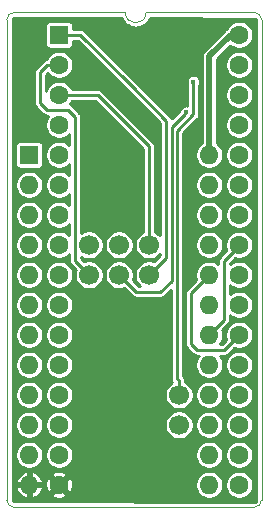
<source format=gbr>
%TF.GenerationSoftware,KiCad,Pcbnew,(5.1.5-0-10_14)*%
%TF.CreationDate,2021-01-31T16:28:13+01:00*%
%TF.ProjectId,C64-Prog-Adapter-LB,4336342d-5072-46f6-972d-416461707465,1.0*%
%TF.SameCoordinates,Original*%
%TF.FileFunction,Copper,L2,Bot*%
%TF.FilePolarity,Positive*%
%FSLAX46Y46*%
G04 Gerber Fmt 4.6, Leading zero omitted, Abs format (unit mm)*
G04 Created by KiCad (PCBNEW (5.1.5-0-10_14)) date 2021-01-31 16:28:13*
%MOMM*%
%LPD*%
G04 APERTURE LIST*
%ADD10C,0.050000*%
%ADD11C,1.600000*%
%ADD12R,1.600000X1.600000*%
%ADD13O,1.600000X1.600000*%
%ADD14C,1.700000*%
%ADD15C,0.400000*%
%ADD16C,0.508000*%
%ADD17C,0.250000*%
%ADD18C,0.254000*%
G04 APERTURE END LIST*
D10*
X124206000Y-38735000D02*
X133350000Y-38735000D01*
X124206000Y-38735000D02*
G75*
G02X122428000Y-38735000I-889000J0D01*
G01*
X133985000Y-80010000D02*
G75*
G02X133350000Y-80645000I-635000J0D01*
G01*
X113030000Y-80645000D02*
G75*
G02X112395000Y-80010000I0J635000D01*
G01*
X112395000Y-39370000D02*
G75*
G02X113030000Y-38735000I635000J0D01*
G01*
X133350000Y-38735000D02*
G75*
G02X133985000Y-39370000I0J-635000D01*
G01*
X112395000Y-80010000D02*
X112395000Y-39370000D01*
X133350000Y-80645000D02*
X113030000Y-80645000D01*
X133985000Y-39370000D02*
X133985000Y-80010000D01*
X113030000Y-38735000D02*
X122428000Y-38735000D01*
D11*
X132080000Y-40640000D03*
X132080000Y-43180000D03*
X132080000Y-45720000D03*
X132080000Y-48260000D03*
X132080000Y-50800000D03*
X116840000Y-78740000D03*
X132080000Y-53340000D03*
X116840000Y-76200000D03*
X132080000Y-55880000D03*
X116840000Y-73660000D03*
X132080000Y-58420000D03*
X116840000Y-71120000D03*
X132080000Y-60960000D03*
X116840000Y-68580000D03*
X132080000Y-63500000D03*
X116840000Y-66040000D03*
X132080000Y-66040000D03*
X116840000Y-63500000D03*
X132080000Y-68580000D03*
X116840000Y-60960000D03*
X132080000Y-71120000D03*
X116840000Y-58420000D03*
X132080000Y-73660000D03*
X116840000Y-55880000D03*
X132080000Y-76200000D03*
X116840000Y-53340000D03*
X132080000Y-78740000D03*
X116840000Y-50800000D03*
X116840000Y-48260000D03*
X116840000Y-45720000D03*
X116840000Y-43180000D03*
D12*
X116840000Y-40640000D03*
D13*
X129540000Y-50800000D03*
X114300000Y-78740000D03*
X129540000Y-53340000D03*
X114300000Y-76200000D03*
X129540000Y-55880000D03*
X114300000Y-73660000D03*
X129540000Y-58420000D03*
X114300000Y-71120000D03*
X129540000Y-60960000D03*
X114300000Y-68580000D03*
X129540000Y-63500000D03*
X114300000Y-66040000D03*
X129540000Y-66040000D03*
X114300000Y-63500000D03*
X129540000Y-68580000D03*
X114300000Y-60960000D03*
X129540000Y-71120000D03*
X114300000Y-58420000D03*
X129540000Y-73660000D03*
X114300000Y-55880000D03*
X129540000Y-76200000D03*
X114300000Y-53340000D03*
X129540000Y-78740000D03*
D12*
X114300000Y-50800000D03*
D14*
X119380000Y-58420000D03*
X121920000Y-58420000D03*
X124460000Y-58420000D03*
X119380000Y-60960000D03*
X121920000Y-60960000D03*
X124460000Y-60960000D03*
X127000000Y-73660000D03*
X127000000Y-71120000D03*
D15*
X127600000Y-47200000D03*
X128200000Y-44600000D03*
D16*
X129540000Y-42460000D02*
X129540000Y-50800000D01*
X131360000Y-40640000D02*
X129540000Y-42460000D01*
X132080000Y-40640000D02*
X131360000Y-40640000D01*
D17*
X130800000Y-64780000D02*
X130339999Y-65240001D01*
X130800000Y-59800000D02*
X130800000Y-64780000D01*
X130339999Y-65240001D02*
X129540000Y-66040000D01*
X132080000Y-58520000D02*
X130800000Y-59800000D01*
X132080000Y-58420000D02*
X132080000Y-58520000D01*
X124460000Y-58420000D02*
X124460000Y-50060000D01*
X120120000Y-45720000D02*
X116840000Y-45720000D01*
X124460000Y-50060000D02*
X120120000Y-45720000D01*
X115200000Y-43800000D02*
X115820000Y-43180000D01*
X115200000Y-46400000D02*
X115200000Y-43800000D01*
X118200000Y-47600000D02*
X117600000Y-47000000D01*
X115800000Y-47000000D02*
X115200000Y-46400000D01*
X117600000Y-47000000D02*
X115800000Y-47000000D01*
X118200000Y-59780000D02*
X118200000Y-47600000D01*
X115820000Y-43180000D02*
X116840000Y-43180000D01*
X119380000Y-60960000D02*
X118200000Y-59780000D01*
X126349989Y-61450011D02*
X126349989Y-48450011D01*
X126349989Y-48450011D02*
X127400001Y-47399999D01*
X127400001Y-47399999D02*
X127600000Y-47200000D01*
X123360000Y-62400000D02*
X125400000Y-62400000D01*
X121920000Y-60960000D02*
X123360000Y-62400000D01*
X125400000Y-62400000D02*
X126349989Y-61450011D01*
X118640000Y-40640000D02*
X123000000Y-45000000D01*
X116840000Y-40640000D02*
X118640000Y-40640000D01*
X123000000Y-45000000D02*
X122146936Y-44146936D01*
X124460000Y-60960000D02*
X125899978Y-59520022D01*
X125899978Y-47899978D02*
X123000000Y-45000000D01*
X125899978Y-59520022D02*
X125899978Y-47899978D01*
X130820000Y-67300000D02*
X132080000Y-66040000D01*
X128000000Y-66800000D02*
X128500000Y-67300000D01*
X128500000Y-67300000D02*
X130820000Y-67300000D01*
X128000000Y-62500000D02*
X128000000Y-66800000D01*
X129540000Y-60960000D02*
X128000000Y-62500000D01*
X128200000Y-47377002D02*
X128200000Y-44600000D01*
X126800000Y-48777002D02*
X128200000Y-47377002D01*
X126800000Y-69717919D02*
X126800000Y-48777002D01*
X127000000Y-71120000D02*
X127000000Y-69917919D01*
X127000000Y-69917919D02*
X126800000Y-69717919D01*
D18*
G36*
X122126515Y-39239758D02*
G01*
X122127406Y-39241837D01*
X122141412Y-39275817D01*
X122144106Y-39280801D01*
X122144108Y-39280806D01*
X122144111Y-39280810D01*
X122227693Y-39432847D01*
X122248499Y-39463234D01*
X122268847Y-39493860D01*
X122272460Y-39498228D01*
X122383985Y-39631138D01*
X122410306Y-39656914D01*
X122436205Y-39682994D01*
X122440598Y-39686578D01*
X122575815Y-39795294D01*
X122606607Y-39815444D01*
X122637113Y-39836020D01*
X122642118Y-39838682D01*
X122795877Y-39919065D01*
X122830040Y-39932868D01*
X122863917Y-39947108D01*
X122869338Y-39948745D01*
X122869345Y-39948748D01*
X122869352Y-39948749D01*
X123035787Y-39997734D01*
X123071957Y-40004634D01*
X123107979Y-40012028D01*
X123113619Y-40012582D01*
X123113621Y-40012582D01*
X123286409Y-40028307D01*
X123323206Y-40028050D01*
X123360003Y-40028307D01*
X123365645Y-40027754D01*
X123538196Y-40009618D01*
X123574262Y-40002215D01*
X123610388Y-39995323D01*
X123615815Y-39993685D01*
X123781558Y-39942379D01*
X123815521Y-39928102D01*
X123849599Y-39914334D01*
X123854600Y-39911676D01*
X123854604Y-39911674D01*
X123854607Y-39911672D01*
X124007225Y-39829151D01*
X124037737Y-39808571D01*
X124068522Y-39788426D01*
X124072910Y-39784847D01*
X124072916Y-39784843D01*
X124072921Y-39784838D01*
X124206601Y-39674249D01*
X124232553Y-39648116D01*
X124258821Y-39622392D01*
X124262430Y-39618030D01*
X124262435Y-39618025D01*
X124262439Y-39618020D01*
X124372094Y-39483569D01*
X124392478Y-39452889D01*
X124413247Y-39422557D01*
X124415941Y-39417575D01*
X124415944Y-39417571D01*
X124415946Y-39417567D01*
X124497398Y-39264377D01*
X124504557Y-39247008D01*
X133477000Y-39274363D01*
X133477000Y-80168363D01*
X112903000Y-80105637D01*
X112903000Y-79049114D01*
X113160171Y-79049114D01*
X113180527Y-79116239D01*
X113275438Y-79327408D01*
X113409722Y-79516003D01*
X113578219Y-79674777D01*
X113774454Y-79797628D01*
X113990885Y-79879835D01*
X114173000Y-79818908D01*
X114173000Y-78867000D01*
X114427000Y-78867000D01*
X114427000Y-79818908D01*
X114609115Y-79879835D01*
X114825546Y-79797628D01*
X115021781Y-79674777D01*
X115105019Y-79596342D01*
X116163263Y-79596342D01*
X116249218Y-79769207D01*
X116461358Y-79864687D01*
X116688048Y-79916945D01*
X116920578Y-79923975D01*
X117150012Y-79885505D01*
X117367532Y-79803014D01*
X117430782Y-79769207D01*
X117516737Y-79596342D01*
X116840000Y-78919605D01*
X116163263Y-79596342D01*
X115105019Y-79596342D01*
X115190278Y-79516003D01*
X115324562Y-79327408D01*
X115419473Y-79116239D01*
X115439829Y-79049114D01*
X115378297Y-78867000D01*
X114427000Y-78867000D01*
X114173000Y-78867000D01*
X113221703Y-78867000D01*
X113160171Y-79049114D01*
X112903000Y-79049114D01*
X112903000Y-78820578D01*
X115656025Y-78820578D01*
X115694495Y-79050012D01*
X115776986Y-79267532D01*
X115810793Y-79330782D01*
X115983658Y-79416737D01*
X116660395Y-78740000D01*
X117019605Y-78740000D01*
X117696342Y-79416737D01*
X117869207Y-79330782D01*
X117964687Y-79118642D01*
X118016945Y-78891952D01*
X118023975Y-78659422D01*
X118017983Y-78623682D01*
X128359000Y-78623682D01*
X128359000Y-78856318D01*
X128404386Y-79084485D01*
X128493412Y-79299413D01*
X128622658Y-79492843D01*
X128787157Y-79657342D01*
X128980587Y-79786588D01*
X129195515Y-79875614D01*
X129423682Y-79921000D01*
X129656318Y-79921000D01*
X129884485Y-79875614D01*
X130099413Y-79786588D01*
X130292843Y-79657342D01*
X130457342Y-79492843D01*
X130586588Y-79299413D01*
X130675614Y-79084485D01*
X130721000Y-78856318D01*
X130721000Y-78623682D01*
X130899000Y-78623682D01*
X130899000Y-78856318D01*
X130944386Y-79084485D01*
X131033412Y-79299413D01*
X131162658Y-79492843D01*
X131327157Y-79657342D01*
X131520587Y-79786588D01*
X131735515Y-79875614D01*
X131963682Y-79921000D01*
X132196318Y-79921000D01*
X132424485Y-79875614D01*
X132639413Y-79786588D01*
X132832843Y-79657342D01*
X132997342Y-79492843D01*
X133126588Y-79299413D01*
X133215614Y-79084485D01*
X133261000Y-78856318D01*
X133261000Y-78623682D01*
X133215614Y-78395515D01*
X133126588Y-78180587D01*
X132997342Y-77987157D01*
X132832843Y-77822658D01*
X132639413Y-77693412D01*
X132424485Y-77604386D01*
X132196318Y-77559000D01*
X131963682Y-77559000D01*
X131735515Y-77604386D01*
X131520587Y-77693412D01*
X131327157Y-77822658D01*
X131162658Y-77987157D01*
X131033412Y-78180587D01*
X130944386Y-78395515D01*
X130899000Y-78623682D01*
X130721000Y-78623682D01*
X130675614Y-78395515D01*
X130586588Y-78180587D01*
X130457342Y-77987157D01*
X130292843Y-77822658D01*
X130099413Y-77693412D01*
X129884485Y-77604386D01*
X129656318Y-77559000D01*
X129423682Y-77559000D01*
X129195515Y-77604386D01*
X128980587Y-77693412D01*
X128787157Y-77822658D01*
X128622658Y-77987157D01*
X128493412Y-78180587D01*
X128404386Y-78395515D01*
X128359000Y-78623682D01*
X118017983Y-78623682D01*
X117985505Y-78429988D01*
X117903014Y-78212468D01*
X117869207Y-78149218D01*
X117696342Y-78063263D01*
X117019605Y-78740000D01*
X116660395Y-78740000D01*
X115983658Y-78063263D01*
X115810793Y-78149218D01*
X115715313Y-78361358D01*
X115663055Y-78588048D01*
X115656025Y-78820578D01*
X112903000Y-78820578D01*
X112903000Y-78430886D01*
X113160171Y-78430886D01*
X113221703Y-78613000D01*
X114173000Y-78613000D01*
X114173000Y-77661092D01*
X114427000Y-77661092D01*
X114427000Y-78613000D01*
X115378297Y-78613000D01*
X115439829Y-78430886D01*
X115419473Y-78363761D01*
X115324562Y-78152592D01*
X115190278Y-77963997D01*
X115105020Y-77883658D01*
X116163263Y-77883658D01*
X116840000Y-78560395D01*
X117516737Y-77883658D01*
X117430782Y-77710793D01*
X117218642Y-77615313D01*
X116991952Y-77563055D01*
X116759422Y-77556025D01*
X116529988Y-77594495D01*
X116312468Y-77676986D01*
X116249218Y-77710793D01*
X116163263Y-77883658D01*
X115105020Y-77883658D01*
X115021781Y-77805223D01*
X114825546Y-77682372D01*
X114609115Y-77600165D01*
X114427000Y-77661092D01*
X114173000Y-77661092D01*
X113990885Y-77600165D01*
X113774454Y-77682372D01*
X113578219Y-77805223D01*
X113409722Y-77963997D01*
X113275438Y-78152592D01*
X113180527Y-78363761D01*
X113160171Y-78430886D01*
X112903000Y-78430886D01*
X112903000Y-76083682D01*
X113119000Y-76083682D01*
X113119000Y-76316318D01*
X113164386Y-76544485D01*
X113253412Y-76759413D01*
X113382658Y-76952843D01*
X113547157Y-77117342D01*
X113740587Y-77246588D01*
X113955515Y-77335614D01*
X114183682Y-77381000D01*
X114416318Y-77381000D01*
X114644485Y-77335614D01*
X114859413Y-77246588D01*
X115052843Y-77117342D01*
X115217342Y-76952843D01*
X115346588Y-76759413D01*
X115435614Y-76544485D01*
X115481000Y-76316318D01*
X115481000Y-76083682D01*
X115659000Y-76083682D01*
X115659000Y-76316318D01*
X115704386Y-76544485D01*
X115793412Y-76759413D01*
X115922658Y-76952843D01*
X116087157Y-77117342D01*
X116280587Y-77246588D01*
X116495515Y-77335614D01*
X116723682Y-77381000D01*
X116956318Y-77381000D01*
X117184485Y-77335614D01*
X117399413Y-77246588D01*
X117592843Y-77117342D01*
X117757342Y-76952843D01*
X117886588Y-76759413D01*
X117975614Y-76544485D01*
X118021000Y-76316318D01*
X118021000Y-76083682D01*
X128359000Y-76083682D01*
X128359000Y-76316318D01*
X128404386Y-76544485D01*
X128493412Y-76759413D01*
X128622658Y-76952843D01*
X128787157Y-77117342D01*
X128980587Y-77246588D01*
X129195515Y-77335614D01*
X129423682Y-77381000D01*
X129656318Y-77381000D01*
X129884485Y-77335614D01*
X130099413Y-77246588D01*
X130292843Y-77117342D01*
X130457342Y-76952843D01*
X130586588Y-76759413D01*
X130675614Y-76544485D01*
X130721000Y-76316318D01*
X130721000Y-76083682D01*
X130899000Y-76083682D01*
X130899000Y-76316318D01*
X130944386Y-76544485D01*
X131033412Y-76759413D01*
X131162658Y-76952843D01*
X131327157Y-77117342D01*
X131520587Y-77246588D01*
X131735515Y-77335614D01*
X131963682Y-77381000D01*
X132196318Y-77381000D01*
X132424485Y-77335614D01*
X132639413Y-77246588D01*
X132832843Y-77117342D01*
X132997342Y-76952843D01*
X133126588Y-76759413D01*
X133215614Y-76544485D01*
X133261000Y-76316318D01*
X133261000Y-76083682D01*
X133215614Y-75855515D01*
X133126588Y-75640587D01*
X132997342Y-75447157D01*
X132832843Y-75282658D01*
X132639413Y-75153412D01*
X132424485Y-75064386D01*
X132196318Y-75019000D01*
X131963682Y-75019000D01*
X131735515Y-75064386D01*
X131520587Y-75153412D01*
X131327157Y-75282658D01*
X131162658Y-75447157D01*
X131033412Y-75640587D01*
X130944386Y-75855515D01*
X130899000Y-76083682D01*
X130721000Y-76083682D01*
X130675614Y-75855515D01*
X130586588Y-75640587D01*
X130457342Y-75447157D01*
X130292843Y-75282658D01*
X130099413Y-75153412D01*
X129884485Y-75064386D01*
X129656318Y-75019000D01*
X129423682Y-75019000D01*
X129195515Y-75064386D01*
X128980587Y-75153412D01*
X128787157Y-75282658D01*
X128622658Y-75447157D01*
X128493412Y-75640587D01*
X128404386Y-75855515D01*
X128359000Y-76083682D01*
X118021000Y-76083682D01*
X117975614Y-75855515D01*
X117886588Y-75640587D01*
X117757342Y-75447157D01*
X117592843Y-75282658D01*
X117399413Y-75153412D01*
X117184485Y-75064386D01*
X116956318Y-75019000D01*
X116723682Y-75019000D01*
X116495515Y-75064386D01*
X116280587Y-75153412D01*
X116087157Y-75282658D01*
X115922658Y-75447157D01*
X115793412Y-75640587D01*
X115704386Y-75855515D01*
X115659000Y-76083682D01*
X115481000Y-76083682D01*
X115435614Y-75855515D01*
X115346588Y-75640587D01*
X115217342Y-75447157D01*
X115052843Y-75282658D01*
X114859413Y-75153412D01*
X114644485Y-75064386D01*
X114416318Y-75019000D01*
X114183682Y-75019000D01*
X113955515Y-75064386D01*
X113740587Y-75153412D01*
X113547157Y-75282658D01*
X113382658Y-75447157D01*
X113253412Y-75640587D01*
X113164386Y-75855515D01*
X113119000Y-76083682D01*
X112903000Y-76083682D01*
X112903000Y-73543682D01*
X113119000Y-73543682D01*
X113119000Y-73776318D01*
X113164386Y-74004485D01*
X113253412Y-74219413D01*
X113382658Y-74412843D01*
X113547157Y-74577342D01*
X113740587Y-74706588D01*
X113955515Y-74795614D01*
X114183682Y-74841000D01*
X114416318Y-74841000D01*
X114644485Y-74795614D01*
X114859413Y-74706588D01*
X115052843Y-74577342D01*
X115217342Y-74412843D01*
X115346588Y-74219413D01*
X115435614Y-74004485D01*
X115481000Y-73776318D01*
X115481000Y-73543682D01*
X115659000Y-73543682D01*
X115659000Y-73776318D01*
X115704386Y-74004485D01*
X115793412Y-74219413D01*
X115922658Y-74412843D01*
X116087157Y-74577342D01*
X116280587Y-74706588D01*
X116495515Y-74795614D01*
X116723682Y-74841000D01*
X116956318Y-74841000D01*
X117184485Y-74795614D01*
X117399413Y-74706588D01*
X117592843Y-74577342D01*
X117757342Y-74412843D01*
X117886588Y-74219413D01*
X117975614Y-74004485D01*
X118021000Y-73776318D01*
X118021000Y-73543682D01*
X118020021Y-73538757D01*
X125769000Y-73538757D01*
X125769000Y-73781243D01*
X125816307Y-74019069D01*
X125909102Y-74243097D01*
X126043820Y-74444717D01*
X126215283Y-74616180D01*
X126416903Y-74750898D01*
X126640931Y-74843693D01*
X126878757Y-74891000D01*
X127121243Y-74891000D01*
X127359069Y-74843693D01*
X127583097Y-74750898D01*
X127784717Y-74616180D01*
X127956180Y-74444717D01*
X128090898Y-74243097D01*
X128183693Y-74019069D01*
X128231000Y-73781243D01*
X128231000Y-73543682D01*
X128359000Y-73543682D01*
X128359000Y-73776318D01*
X128404386Y-74004485D01*
X128493412Y-74219413D01*
X128622658Y-74412843D01*
X128787157Y-74577342D01*
X128980587Y-74706588D01*
X129195515Y-74795614D01*
X129423682Y-74841000D01*
X129656318Y-74841000D01*
X129884485Y-74795614D01*
X130099413Y-74706588D01*
X130292843Y-74577342D01*
X130457342Y-74412843D01*
X130586588Y-74219413D01*
X130675614Y-74004485D01*
X130721000Y-73776318D01*
X130721000Y-73543682D01*
X130899000Y-73543682D01*
X130899000Y-73776318D01*
X130944386Y-74004485D01*
X131033412Y-74219413D01*
X131162658Y-74412843D01*
X131327157Y-74577342D01*
X131520587Y-74706588D01*
X131735515Y-74795614D01*
X131963682Y-74841000D01*
X132196318Y-74841000D01*
X132424485Y-74795614D01*
X132639413Y-74706588D01*
X132832843Y-74577342D01*
X132997342Y-74412843D01*
X133126588Y-74219413D01*
X133215614Y-74004485D01*
X133261000Y-73776318D01*
X133261000Y-73543682D01*
X133215614Y-73315515D01*
X133126588Y-73100587D01*
X132997342Y-72907157D01*
X132832843Y-72742658D01*
X132639413Y-72613412D01*
X132424485Y-72524386D01*
X132196318Y-72479000D01*
X131963682Y-72479000D01*
X131735515Y-72524386D01*
X131520587Y-72613412D01*
X131327157Y-72742658D01*
X131162658Y-72907157D01*
X131033412Y-73100587D01*
X130944386Y-73315515D01*
X130899000Y-73543682D01*
X130721000Y-73543682D01*
X130675614Y-73315515D01*
X130586588Y-73100587D01*
X130457342Y-72907157D01*
X130292843Y-72742658D01*
X130099413Y-72613412D01*
X129884485Y-72524386D01*
X129656318Y-72479000D01*
X129423682Y-72479000D01*
X129195515Y-72524386D01*
X128980587Y-72613412D01*
X128787157Y-72742658D01*
X128622658Y-72907157D01*
X128493412Y-73100587D01*
X128404386Y-73315515D01*
X128359000Y-73543682D01*
X128231000Y-73543682D01*
X128231000Y-73538757D01*
X128183693Y-73300931D01*
X128090898Y-73076903D01*
X127956180Y-72875283D01*
X127784717Y-72703820D01*
X127583097Y-72569102D01*
X127359069Y-72476307D01*
X127121243Y-72429000D01*
X126878757Y-72429000D01*
X126640931Y-72476307D01*
X126416903Y-72569102D01*
X126215283Y-72703820D01*
X126043820Y-72875283D01*
X125909102Y-73076903D01*
X125816307Y-73300931D01*
X125769000Y-73538757D01*
X118020021Y-73538757D01*
X117975614Y-73315515D01*
X117886588Y-73100587D01*
X117757342Y-72907157D01*
X117592843Y-72742658D01*
X117399413Y-72613412D01*
X117184485Y-72524386D01*
X116956318Y-72479000D01*
X116723682Y-72479000D01*
X116495515Y-72524386D01*
X116280587Y-72613412D01*
X116087157Y-72742658D01*
X115922658Y-72907157D01*
X115793412Y-73100587D01*
X115704386Y-73315515D01*
X115659000Y-73543682D01*
X115481000Y-73543682D01*
X115435614Y-73315515D01*
X115346588Y-73100587D01*
X115217342Y-72907157D01*
X115052843Y-72742658D01*
X114859413Y-72613412D01*
X114644485Y-72524386D01*
X114416318Y-72479000D01*
X114183682Y-72479000D01*
X113955515Y-72524386D01*
X113740587Y-72613412D01*
X113547157Y-72742658D01*
X113382658Y-72907157D01*
X113253412Y-73100587D01*
X113164386Y-73315515D01*
X113119000Y-73543682D01*
X112903000Y-73543682D01*
X112903000Y-71003682D01*
X113119000Y-71003682D01*
X113119000Y-71236318D01*
X113164386Y-71464485D01*
X113253412Y-71679413D01*
X113382658Y-71872843D01*
X113547157Y-72037342D01*
X113740587Y-72166588D01*
X113955515Y-72255614D01*
X114183682Y-72301000D01*
X114416318Y-72301000D01*
X114644485Y-72255614D01*
X114859413Y-72166588D01*
X115052843Y-72037342D01*
X115217342Y-71872843D01*
X115346588Y-71679413D01*
X115435614Y-71464485D01*
X115481000Y-71236318D01*
X115481000Y-71003682D01*
X115659000Y-71003682D01*
X115659000Y-71236318D01*
X115704386Y-71464485D01*
X115793412Y-71679413D01*
X115922658Y-71872843D01*
X116087157Y-72037342D01*
X116280587Y-72166588D01*
X116495515Y-72255614D01*
X116723682Y-72301000D01*
X116956318Y-72301000D01*
X117184485Y-72255614D01*
X117399413Y-72166588D01*
X117592843Y-72037342D01*
X117757342Y-71872843D01*
X117886588Y-71679413D01*
X117975614Y-71464485D01*
X118021000Y-71236318D01*
X118021000Y-71003682D01*
X117975614Y-70775515D01*
X117886588Y-70560587D01*
X117757342Y-70367157D01*
X117592843Y-70202658D01*
X117399413Y-70073412D01*
X117184485Y-69984386D01*
X116956318Y-69939000D01*
X116723682Y-69939000D01*
X116495515Y-69984386D01*
X116280587Y-70073412D01*
X116087157Y-70202658D01*
X115922658Y-70367157D01*
X115793412Y-70560587D01*
X115704386Y-70775515D01*
X115659000Y-71003682D01*
X115481000Y-71003682D01*
X115435614Y-70775515D01*
X115346588Y-70560587D01*
X115217342Y-70367157D01*
X115052843Y-70202658D01*
X114859413Y-70073412D01*
X114644485Y-69984386D01*
X114416318Y-69939000D01*
X114183682Y-69939000D01*
X113955515Y-69984386D01*
X113740587Y-70073412D01*
X113547157Y-70202658D01*
X113382658Y-70367157D01*
X113253412Y-70560587D01*
X113164386Y-70775515D01*
X113119000Y-71003682D01*
X112903000Y-71003682D01*
X112903000Y-68463682D01*
X113119000Y-68463682D01*
X113119000Y-68696318D01*
X113164386Y-68924485D01*
X113253412Y-69139413D01*
X113382658Y-69332843D01*
X113547157Y-69497342D01*
X113740587Y-69626588D01*
X113955515Y-69715614D01*
X114183682Y-69761000D01*
X114416318Y-69761000D01*
X114644485Y-69715614D01*
X114859413Y-69626588D01*
X115052843Y-69497342D01*
X115217342Y-69332843D01*
X115346588Y-69139413D01*
X115435614Y-68924485D01*
X115481000Y-68696318D01*
X115481000Y-68463682D01*
X115659000Y-68463682D01*
X115659000Y-68696318D01*
X115704386Y-68924485D01*
X115793412Y-69139413D01*
X115922658Y-69332843D01*
X116087157Y-69497342D01*
X116280587Y-69626588D01*
X116495515Y-69715614D01*
X116723682Y-69761000D01*
X116956318Y-69761000D01*
X117184485Y-69715614D01*
X117399413Y-69626588D01*
X117592843Y-69497342D01*
X117757342Y-69332843D01*
X117886588Y-69139413D01*
X117975614Y-68924485D01*
X118021000Y-68696318D01*
X118021000Y-68463682D01*
X117975614Y-68235515D01*
X117886588Y-68020587D01*
X117757342Y-67827157D01*
X117592843Y-67662658D01*
X117399413Y-67533412D01*
X117184485Y-67444386D01*
X116956318Y-67399000D01*
X116723682Y-67399000D01*
X116495515Y-67444386D01*
X116280587Y-67533412D01*
X116087157Y-67662658D01*
X115922658Y-67827157D01*
X115793412Y-68020587D01*
X115704386Y-68235515D01*
X115659000Y-68463682D01*
X115481000Y-68463682D01*
X115435614Y-68235515D01*
X115346588Y-68020587D01*
X115217342Y-67827157D01*
X115052843Y-67662658D01*
X114859413Y-67533412D01*
X114644485Y-67444386D01*
X114416318Y-67399000D01*
X114183682Y-67399000D01*
X113955515Y-67444386D01*
X113740587Y-67533412D01*
X113547157Y-67662658D01*
X113382658Y-67827157D01*
X113253412Y-68020587D01*
X113164386Y-68235515D01*
X113119000Y-68463682D01*
X112903000Y-68463682D01*
X112903000Y-65923682D01*
X113119000Y-65923682D01*
X113119000Y-66156318D01*
X113164386Y-66384485D01*
X113253412Y-66599413D01*
X113382658Y-66792843D01*
X113547157Y-66957342D01*
X113740587Y-67086588D01*
X113955515Y-67175614D01*
X114183682Y-67221000D01*
X114416318Y-67221000D01*
X114644485Y-67175614D01*
X114859413Y-67086588D01*
X115052843Y-66957342D01*
X115217342Y-66792843D01*
X115346588Y-66599413D01*
X115435614Y-66384485D01*
X115481000Y-66156318D01*
X115481000Y-65923682D01*
X115659000Y-65923682D01*
X115659000Y-66156318D01*
X115704386Y-66384485D01*
X115793412Y-66599413D01*
X115922658Y-66792843D01*
X116087157Y-66957342D01*
X116280587Y-67086588D01*
X116495515Y-67175614D01*
X116723682Y-67221000D01*
X116956318Y-67221000D01*
X117184485Y-67175614D01*
X117399413Y-67086588D01*
X117592843Y-66957342D01*
X117757342Y-66792843D01*
X117886588Y-66599413D01*
X117975614Y-66384485D01*
X118021000Y-66156318D01*
X118021000Y-65923682D01*
X117975614Y-65695515D01*
X117886588Y-65480587D01*
X117757342Y-65287157D01*
X117592843Y-65122658D01*
X117399413Y-64993412D01*
X117184485Y-64904386D01*
X116956318Y-64859000D01*
X116723682Y-64859000D01*
X116495515Y-64904386D01*
X116280587Y-64993412D01*
X116087157Y-65122658D01*
X115922658Y-65287157D01*
X115793412Y-65480587D01*
X115704386Y-65695515D01*
X115659000Y-65923682D01*
X115481000Y-65923682D01*
X115435614Y-65695515D01*
X115346588Y-65480587D01*
X115217342Y-65287157D01*
X115052843Y-65122658D01*
X114859413Y-64993412D01*
X114644485Y-64904386D01*
X114416318Y-64859000D01*
X114183682Y-64859000D01*
X113955515Y-64904386D01*
X113740587Y-64993412D01*
X113547157Y-65122658D01*
X113382658Y-65287157D01*
X113253412Y-65480587D01*
X113164386Y-65695515D01*
X113119000Y-65923682D01*
X112903000Y-65923682D01*
X112903000Y-63383682D01*
X113119000Y-63383682D01*
X113119000Y-63616318D01*
X113164386Y-63844485D01*
X113253412Y-64059413D01*
X113382658Y-64252843D01*
X113547157Y-64417342D01*
X113740587Y-64546588D01*
X113955515Y-64635614D01*
X114183682Y-64681000D01*
X114416318Y-64681000D01*
X114644485Y-64635614D01*
X114859413Y-64546588D01*
X115052843Y-64417342D01*
X115217342Y-64252843D01*
X115346588Y-64059413D01*
X115435614Y-63844485D01*
X115481000Y-63616318D01*
X115481000Y-63383682D01*
X115659000Y-63383682D01*
X115659000Y-63616318D01*
X115704386Y-63844485D01*
X115793412Y-64059413D01*
X115922658Y-64252843D01*
X116087157Y-64417342D01*
X116280587Y-64546588D01*
X116495515Y-64635614D01*
X116723682Y-64681000D01*
X116956318Y-64681000D01*
X117184485Y-64635614D01*
X117399413Y-64546588D01*
X117592843Y-64417342D01*
X117757342Y-64252843D01*
X117886588Y-64059413D01*
X117975614Y-63844485D01*
X118021000Y-63616318D01*
X118021000Y-63383682D01*
X117975614Y-63155515D01*
X117886588Y-62940587D01*
X117757342Y-62747157D01*
X117592843Y-62582658D01*
X117399413Y-62453412D01*
X117184485Y-62364386D01*
X116956318Y-62319000D01*
X116723682Y-62319000D01*
X116495515Y-62364386D01*
X116280587Y-62453412D01*
X116087157Y-62582658D01*
X115922658Y-62747157D01*
X115793412Y-62940587D01*
X115704386Y-63155515D01*
X115659000Y-63383682D01*
X115481000Y-63383682D01*
X115435614Y-63155515D01*
X115346588Y-62940587D01*
X115217342Y-62747157D01*
X115052843Y-62582658D01*
X114859413Y-62453412D01*
X114644485Y-62364386D01*
X114416318Y-62319000D01*
X114183682Y-62319000D01*
X113955515Y-62364386D01*
X113740587Y-62453412D01*
X113547157Y-62582658D01*
X113382658Y-62747157D01*
X113253412Y-62940587D01*
X113164386Y-63155515D01*
X113119000Y-63383682D01*
X112903000Y-63383682D01*
X112903000Y-60843682D01*
X113119000Y-60843682D01*
X113119000Y-61076318D01*
X113164386Y-61304485D01*
X113253412Y-61519413D01*
X113382658Y-61712843D01*
X113547157Y-61877342D01*
X113740587Y-62006588D01*
X113955515Y-62095614D01*
X114183682Y-62141000D01*
X114416318Y-62141000D01*
X114644485Y-62095614D01*
X114859413Y-62006588D01*
X115052843Y-61877342D01*
X115217342Y-61712843D01*
X115346588Y-61519413D01*
X115435614Y-61304485D01*
X115481000Y-61076318D01*
X115481000Y-60843682D01*
X115659000Y-60843682D01*
X115659000Y-61076318D01*
X115704386Y-61304485D01*
X115793412Y-61519413D01*
X115922658Y-61712843D01*
X116087157Y-61877342D01*
X116280587Y-62006588D01*
X116495515Y-62095614D01*
X116723682Y-62141000D01*
X116956318Y-62141000D01*
X117184485Y-62095614D01*
X117399413Y-62006588D01*
X117592843Y-61877342D01*
X117757342Y-61712843D01*
X117886588Y-61519413D01*
X117975614Y-61304485D01*
X118021000Y-61076318D01*
X118021000Y-60843682D01*
X117975614Y-60615515D01*
X117886588Y-60400587D01*
X117757342Y-60207157D01*
X117592843Y-60042658D01*
X117399413Y-59913412D01*
X117184485Y-59824386D01*
X116956318Y-59779000D01*
X116723682Y-59779000D01*
X116495515Y-59824386D01*
X116280587Y-59913412D01*
X116087157Y-60042658D01*
X115922658Y-60207157D01*
X115793412Y-60400587D01*
X115704386Y-60615515D01*
X115659000Y-60843682D01*
X115481000Y-60843682D01*
X115435614Y-60615515D01*
X115346588Y-60400587D01*
X115217342Y-60207157D01*
X115052843Y-60042658D01*
X114859413Y-59913412D01*
X114644485Y-59824386D01*
X114416318Y-59779000D01*
X114183682Y-59779000D01*
X113955515Y-59824386D01*
X113740587Y-59913412D01*
X113547157Y-60042658D01*
X113382658Y-60207157D01*
X113253412Y-60400587D01*
X113164386Y-60615515D01*
X113119000Y-60843682D01*
X112903000Y-60843682D01*
X112903000Y-58303682D01*
X113119000Y-58303682D01*
X113119000Y-58536318D01*
X113164386Y-58764485D01*
X113253412Y-58979413D01*
X113382658Y-59172843D01*
X113547157Y-59337342D01*
X113740587Y-59466588D01*
X113955515Y-59555614D01*
X114183682Y-59601000D01*
X114416318Y-59601000D01*
X114644485Y-59555614D01*
X114859413Y-59466588D01*
X115052843Y-59337342D01*
X115217342Y-59172843D01*
X115346588Y-58979413D01*
X115435614Y-58764485D01*
X115481000Y-58536318D01*
X115481000Y-58303682D01*
X115435614Y-58075515D01*
X115346588Y-57860587D01*
X115217342Y-57667157D01*
X115052843Y-57502658D01*
X114859413Y-57373412D01*
X114644485Y-57284386D01*
X114416318Y-57239000D01*
X114183682Y-57239000D01*
X113955515Y-57284386D01*
X113740587Y-57373412D01*
X113547157Y-57502658D01*
X113382658Y-57667157D01*
X113253412Y-57860587D01*
X113164386Y-58075515D01*
X113119000Y-58303682D01*
X112903000Y-58303682D01*
X112903000Y-55763682D01*
X113119000Y-55763682D01*
X113119000Y-55996318D01*
X113164386Y-56224485D01*
X113253412Y-56439413D01*
X113382658Y-56632843D01*
X113547157Y-56797342D01*
X113740587Y-56926588D01*
X113955515Y-57015614D01*
X114183682Y-57061000D01*
X114416318Y-57061000D01*
X114644485Y-57015614D01*
X114859413Y-56926588D01*
X115052843Y-56797342D01*
X115217342Y-56632843D01*
X115346588Y-56439413D01*
X115435614Y-56224485D01*
X115481000Y-55996318D01*
X115481000Y-55763682D01*
X115435614Y-55535515D01*
X115346588Y-55320587D01*
X115217342Y-55127157D01*
X115052843Y-54962658D01*
X114859413Y-54833412D01*
X114644485Y-54744386D01*
X114416318Y-54699000D01*
X114183682Y-54699000D01*
X113955515Y-54744386D01*
X113740587Y-54833412D01*
X113547157Y-54962658D01*
X113382658Y-55127157D01*
X113253412Y-55320587D01*
X113164386Y-55535515D01*
X113119000Y-55763682D01*
X112903000Y-55763682D01*
X112903000Y-53223682D01*
X113119000Y-53223682D01*
X113119000Y-53456318D01*
X113164386Y-53684485D01*
X113253412Y-53899413D01*
X113382658Y-54092843D01*
X113547157Y-54257342D01*
X113740587Y-54386588D01*
X113955515Y-54475614D01*
X114183682Y-54521000D01*
X114416318Y-54521000D01*
X114644485Y-54475614D01*
X114859413Y-54386588D01*
X115052843Y-54257342D01*
X115217342Y-54092843D01*
X115346588Y-53899413D01*
X115435614Y-53684485D01*
X115481000Y-53456318D01*
X115481000Y-53223682D01*
X115435614Y-52995515D01*
X115346588Y-52780587D01*
X115217342Y-52587157D01*
X115052843Y-52422658D01*
X114859413Y-52293412D01*
X114644485Y-52204386D01*
X114416318Y-52159000D01*
X114183682Y-52159000D01*
X113955515Y-52204386D01*
X113740587Y-52293412D01*
X113547157Y-52422658D01*
X113382658Y-52587157D01*
X113253412Y-52780587D01*
X113164386Y-52995515D01*
X113119000Y-53223682D01*
X112903000Y-53223682D01*
X112903000Y-50000000D01*
X113117157Y-50000000D01*
X113117157Y-51600000D01*
X113124513Y-51674689D01*
X113146299Y-51746508D01*
X113181678Y-51812696D01*
X113229289Y-51870711D01*
X113287304Y-51918322D01*
X113353492Y-51953701D01*
X113425311Y-51975487D01*
X113500000Y-51982843D01*
X115100000Y-51982843D01*
X115174689Y-51975487D01*
X115246508Y-51953701D01*
X115312696Y-51918322D01*
X115370711Y-51870711D01*
X115418322Y-51812696D01*
X115453701Y-51746508D01*
X115475487Y-51674689D01*
X115482843Y-51600000D01*
X115482843Y-50000000D01*
X115475487Y-49925311D01*
X115453701Y-49853492D01*
X115418322Y-49787304D01*
X115370711Y-49729289D01*
X115312696Y-49681678D01*
X115246508Y-49646299D01*
X115174689Y-49624513D01*
X115100000Y-49617157D01*
X113500000Y-49617157D01*
X113425311Y-49624513D01*
X113353492Y-49646299D01*
X113287304Y-49681678D01*
X113229289Y-49729289D01*
X113181678Y-49787304D01*
X113146299Y-49853492D01*
X113124513Y-49925311D01*
X113117157Y-50000000D01*
X112903000Y-50000000D01*
X112903000Y-43800000D01*
X114691553Y-43800000D01*
X114694001Y-43824856D01*
X114694000Y-46375154D01*
X114691553Y-46400000D01*
X114694000Y-46424846D01*
X114694000Y-46424853D01*
X114701322Y-46499192D01*
X114730255Y-46594574D01*
X114777241Y-46682479D01*
X114840473Y-46759527D01*
X114859785Y-46775376D01*
X115424628Y-47340220D01*
X115440473Y-47359527D01*
X115517521Y-47422759D01*
X115605425Y-47469745D01*
X115700806Y-47498678D01*
X115710694Y-47499652D01*
X115775146Y-47506000D01*
X115775153Y-47506000D01*
X115799999Y-47508447D01*
X115824845Y-47506000D01*
X115923815Y-47506000D01*
X115922658Y-47507157D01*
X115793412Y-47700587D01*
X115704386Y-47915515D01*
X115659000Y-48143682D01*
X115659000Y-48376318D01*
X115704386Y-48604485D01*
X115793412Y-48819413D01*
X115922658Y-49012843D01*
X116087157Y-49177342D01*
X116280587Y-49306588D01*
X116495515Y-49395614D01*
X116723682Y-49441000D01*
X116956318Y-49441000D01*
X117184485Y-49395614D01*
X117399413Y-49306588D01*
X117592843Y-49177342D01*
X117694001Y-49076184D01*
X117694001Y-49983816D01*
X117592843Y-49882658D01*
X117399413Y-49753412D01*
X117184485Y-49664386D01*
X116956318Y-49619000D01*
X116723682Y-49619000D01*
X116495515Y-49664386D01*
X116280587Y-49753412D01*
X116087157Y-49882658D01*
X115922658Y-50047157D01*
X115793412Y-50240587D01*
X115704386Y-50455515D01*
X115659000Y-50683682D01*
X115659000Y-50916318D01*
X115704386Y-51144485D01*
X115793412Y-51359413D01*
X115922658Y-51552843D01*
X116087157Y-51717342D01*
X116280587Y-51846588D01*
X116495515Y-51935614D01*
X116723682Y-51981000D01*
X116956318Y-51981000D01*
X117184485Y-51935614D01*
X117399413Y-51846588D01*
X117592843Y-51717342D01*
X117694001Y-51616184D01*
X117694001Y-52523816D01*
X117592843Y-52422658D01*
X117399413Y-52293412D01*
X117184485Y-52204386D01*
X116956318Y-52159000D01*
X116723682Y-52159000D01*
X116495515Y-52204386D01*
X116280587Y-52293412D01*
X116087157Y-52422658D01*
X115922658Y-52587157D01*
X115793412Y-52780587D01*
X115704386Y-52995515D01*
X115659000Y-53223682D01*
X115659000Y-53456318D01*
X115704386Y-53684485D01*
X115793412Y-53899413D01*
X115922658Y-54092843D01*
X116087157Y-54257342D01*
X116280587Y-54386588D01*
X116495515Y-54475614D01*
X116723682Y-54521000D01*
X116956318Y-54521000D01*
X117184485Y-54475614D01*
X117399413Y-54386588D01*
X117592843Y-54257342D01*
X117694000Y-54156185D01*
X117694000Y-55063815D01*
X117592843Y-54962658D01*
X117399413Y-54833412D01*
X117184485Y-54744386D01*
X116956318Y-54699000D01*
X116723682Y-54699000D01*
X116495515Y-54744386D01*
X116280587Y-54833412D01*
X116087157Y-54962658D01*
X115922658Y-55127157D01*
X115793412Y-55320587D01*
X115704386Y-55535515D01*
X115659000Y-55763682D01*
X115659000Y-55996318D01*
X115704386Y-56224485D01*
X115793412Y-56439413D01*
X115922658Y-56632843D01*
X116087157Y-56797342D01*
X116280587Y-56926588D01*
X116495515Y-57015614D01*
X116723682Y-57061000D01*
X116956318Y-57061000D01*
X117184485Y-57015614D01*
X117399413Y-56926588D01*
X117592843Y-56797342D01*
X117694000Y-56696185D01*
X117694000Y-57603815D01*
X117592843Y-57502658D01*
X117399413Y-57373412D01*
X117184485Y-57284386D01*
X116956318Y-57239000D01*
X116723682Y-57239000D01*
X116495515Y-57284386D01*
X116280587Y-57373412D01*
X116087157Y-57502658D01*
X115922658Y-57667157D01*
X115793412Y-57860587D01*
X115704386Y-58075515D01*
X115659000Y-58303682D01*
X115659000Y-58536318D01*
X115704386Y-58764485D01*
X115793412Y-58979413D01*
X115922658Y-59172843D01*
X116087157Y-59337342D01*
X116280587Y-59466588D01*
X116495515Y-59555614D01*
X116723682Y-59601000D01*
X116956318Y-59601000D01*
X117184485Y-59555614D01*
X117399413Y-59466588D01*
X117592843Y-59337342D01*
X117694000Y-59236185D01*
X117694000Y-59755154D01*
X117691553Y-59780000D01*
X117694000Y-59804846D01*
X117694000Y-59804853D01*
X117701322Y-59879192D01*
X117730255Y-59974574D01*
X117777241Y-60062479D01*
X117840473Y-60139527D01*
X117859785Y-60155376D01*
X118228242Y-60523833D01*
X118196307Y-60600931D01*
X118149000Y-60838757D01*
X118149000Y-61081243D01*
X118196307Y-61319069D01*
X118289102Y-61543097D01*
X118423820Y-61744717D01*
X118595283Y-61916180D01*
X118796903Y-62050898D01*
X119020931Y-62143693D01*
X119258757Y-62191000D01*
X119501243Y-62191000D01*
X119739069Y-62143693D01*
X119963097Y-62050898D01*
X120164717Y-61916180D01*
X120336180Y-61744717D01*
X120470898Y-61543097D01*
X120563693Y-61319069D01*
X120611000Y-61081243D01*
X120611000Y-60838757D01*
X120563693Y-60600931D01*
X120470898Y-60376903D01*
X120336180Y-60175283D01*
X120164717Y-60003820D01*
X119963097Y-59869102D01*
X119739069Y-59776307D01*
X119501243Y-59729000D01*
X119258757Y-59729000D01*
X119020931Y-59776307D01*
X118943833Y-59808242D01*
X118706000Y-59570409D01*
X118706000Y-59450159D01*
X118796903Y-59510898D01*
X119020931Y-59603693D01*
X119258757Y-59651000D01*
X119501243Y-59651000D01*
X119739069Y-59603693D01*
X119963097Y-59510898D01*
X120164717Y-59376180D01*
X120336180Y-59204717D01*
X120470898Y-59003097D01*
X120563693Y-58779069D01*
X120611000Y-58541243D01*
X120611000Y-58298757D01*
X120689000Y-58298757D01*
X120689000Y-58541243D01*
X120736307Y-58779069D01*
X120829102Y-59003097D01*
X120963820Y-59204717D01*
X121135283Y-59376180D01*
X121336903Y-59510898D01*
X121560931Y-59603693D01*
X121798757Y-59651000D01*
X122041243Y-59651000D01*
X122279069Y-59603693D01*
X122503097Y-59510898D01*
X122704717Y-59376180D01*
X122876180Y-59204717D01*
X123010898Y-59003097D01*
X123103693Y-58779069D01*
X123151000Y-58541243D01*
X123151000Y-58298757D01*
X123103693Y-58060931D01*
X123010898Y-57836903D01*
X122876180Y-57635283D01*
X122704717Y-57463820D01*
X122503097Y-57329102D01*
X122279069Y-57236307D01*
X122041243Y-57189000D01*
X121798757Y-57189000D01*
X121560931Y-57236307D01*
X121336903Y-57329102D01*
X121135283Y-57463820D01*
X120963820Y-57635283D01*
X120829102Y-57836903D01*
X120736307Y-58060931D01*
X120689000Y-58298757D01*
X120611000Y-58298757D01*
X120563693Y-58060931D01*
X120470898Y-57836903D01*
X120336180Y-57635283D01*
X120164717Y-57463820D01*
X119963097Y-57329102D01*
X119739069Y-57236307D01*
X119501243Y-57189000D01*
X119258757Y-57189000D01*
X119020931Y-57236307D01*
X118796903Y-57329102D01*
X118706000Y-57389841D01*
X118706000Y-47624845D01*
X118708447Y-47599999D01*
X118706000Y-47575153D01*
X118706000Y-47575146D01*
X118699652Y-47510694D01*
X118698678Y-47500806D01*
X118669745Y-47405425D01*
X118666845Y-47399999D01*
X118622759Y-47317521D01*
X118559527Y-47240473D01*
X118540220Y-47224628D01*
X117975376Y-46659785D01*
X117959527Y-46640473D01*
X117882479Y-46577241D01*
X117794575Y-46530255D01*
X117721958Y-46508227D01*
X117757342Y-46472843D01*
X117886588Y-46279413D01*
X117908712Y-46226000D01*
X119910409Y-46226000D01*
X123954001Y-50269593D01*
X123954000Y-57297167D01*
X123876903Y-57329102D01*
X123675283Y-57463820D01*
X123503820Y-57635283D01*
X123369102Y-57836903D01*
X123276307Y-58060931D01*
X123229000Y-58298757D01*
X123229000Y-58541243D01*
X123276307Y-58779069D01*
X123369102Y-59003097D01*
X123503820Y-59204717D01*
X123675283Y-59376180D01*
X123876903Y-59510898D01*
X124100931Y-59603693D01*
X124338757Y-59651000D01*
X124581243Y-59651000D01*
X124819069Y-59603693D01*
X125043097Y-59510898D01*
X125244717Y-59376180D01*
X125393978Y-59226919D01*
X125393978Y-59310430D01*
X124896167Y-59808242D01*
X124819069Y-59776307D01*
X124581243Y-59729000D01*
X124338757Y-59729000D01*
X124100931Y-59776307D01*
X123876903Y-59869102D01*
X123675283Y-60003820D01*
X123503820Y-60175283D01*
X123369102Y-60376903D01*
X123276307Y-60600931D01*
X123229000Y-60838757D01*
X123229000Y-61081243D01*
X123276307Y-61319069D01*
X123369102Y-61543097D01*
X123503820Y-61744717D01*
X123653103Y-61894000D01*
X123569592Y-61894000D01*
X123071758Y-61396167D01*
X123103693Y-61319069D01*
X123151000Y-61081243D01*
X123151000Y-60838757D01*
X123103693Y-60600931D01*
X123010898Y-60376903D01*
X122876180Y-60175283D01*
X122704717Y-60003820D01*
X122503097Y-59869102D01*
X122279069Y-59776307D01*
X122041243Y-59729000D01*
X121798757Y-59729000D01*
X121560931Y-59776307D01*
X121336903Y-59869102D01*
X121135283Y-60003820D01*
X120963820Y-60175283D01*
X120829102Y-60376903D01*
X120736307Y-60600931D01*
X120689000Y-60838757D01*
X120689000Y-61081243D01*
X120736307Y-61319069D01*
X120829102Y-61543097D01*
X120963820Y-61744717D01*
X121135283Y-61916180D01*
X121336903Y-62050898D01*
X121560931Y-62143693D01*
X121798757Y-62191000D01*
X122041243Y-62191000D01*
X122279069Y-62143693D01*
X122356167Y-62111758D01*
X122984628Y-62740220D01*
X123000473Y-62759527D01*
X123077521Y-62822759D01*
X123146309Y-62859527D01*
X123165425Y-62869745D01*
X123260807Y-62898678D01*
X123360000Y-62908448D01*
X123384854Y-62906000D01*
X125375154Y-62906000D01*
X125400000Y-62908447D01*
X125424846Y-62906000D01*
X125424854Y-62906000D01*
X125499193Y-62898678D01*
X125594575Y-62869745D01*
X125682479Y-62822759D01*
X125759527Y-62759527D01*
X125775376Y-62740215D01*
X126294000Y-62221591D01*
X126294000Y-69693073D01*
X126291553Y-69717919D01*
X126294000Y-69742765D01*
X126294000Y-69742772D01*
X126301322Y-69817111D01*
X126330255Y-69912493D01*
X126377241Y-70000398D01*
X126406502Y-70036052D01*
X126215283Y-70163820D01*
X126043820Y-70335283D01*
X125909102Y-70536903D01*
X125816307Y-70760931D01*
X125769000Y-70998757D01*
X125769000Y-71241243D01*
X125816307Y-71479069D01*
X125909102Y-71703097D01*
X126043820Y-71904717D01*
X126215283Y-72076180D01*
X126416903Y-72210898D01*
X126640931Y-72303693D01*
X126878757Y-72351000D01*
X127121243Y-72351000D01*
X127359069Y-72303693D01*
X127583097Y-72210898D01*
X127784717Y-72076180D01*
X127956180Y-71904717D01*
X128090898Y-71703097D01*
X128183693Y-71479069D01*
X128231000Y-71241243D01*
X128231000Y-71003682D01*
X128359000Y-71003682D01*
X128359000Y-71236318D01*
X128404386Y-71464485D01*
X128493412Y-71679413D01*
X128622658Y-71872843D01*
X128787157Y-72037342D01*
X128980587Y-72166588D01*
X129195515Y-72255614D01*
X129423682Y-72301000D01*
X129656318Y-72301000D01*
X129884485Y-72255614D01*
X130099413Y-72166588D01*
X130292843Y-72037342D01*
X130457342Y-71872843D01*
X130586588Y-71679413D01*
X130675614Y-71464485D01*
X130721000Y-71236318D01*
X130721000Y-71003682D01*
X130899000Y-71003682D01*
X130899000Y-71236318D01*
X130944386Y-71464485D01*
X131033412Y-71679413D01*
X131162658Y-71872843D01*
X131327157Y-72037342D01*
X131520587Y-72166588D01*
X131735515Y-72255614D01*
X131963682Y-72301000D01*
X132196318Y-72301000D01*
X132424485Y-72255614D01*
X132639413Y-72166588D01*
X132832843Y-72037342D01*
X132997342Y-71872843D01*
X133126588Y-71679413D01*
X133215614Y-71464485D01*
X133261000Y-71236318D01*
X133261000Y-71003682D01*
X133215614Y-70775515D01*
X133126588Y-70560587D01*
X132997342Y-70367157D01*
X132832843Y-70202658D01*
X132639413Y-70073412D01*
X132424485Y-69984386D01*
X132196318Y-69939000D01*
X131963682Y-69939000D01*
X131735515Y-69984386D01*
X131520587Y-70073412D01*
X131327157Y-70202658D01*
X131162658Y-70367157D01*
X131033412Y-70560587D01*
X130944386Y-70775515D01*
X130899000Y-71003682D01*
X130721000Y-71003682D01*
X130675614Y-70775515D01*
X130586588Y-70560587D01*
X130457342Y-70367157D01*
X130292843Y-70202658D01*
X130099413Y-70073412D01*
X129884485Y-69984386D01*
X129656318Y-69939000D01*
X129423682Y-69939000D01*
X129195515Y-69984386D01*
X128980587Y-70073412D01*
X128787157Y-70202658D01*
X128622658Y-70367157D01*
X128493412Y-70560587D01*
X128404386Y-70775515D01*
X128359000Y-71003682D01*
X128231000Y-71003682D01*
X128231000Y-70998757D01*
X128183693Y-70760931D01*
X128090898Y-70536903D01*
X127956180Y-70335283D01*
X127784717Y-70163820D01*
X127583097Y-70029102D01*
X127506000Y-69997168D01*
X127506000Y-69942773D01*
X127508448Y-69917919D01*
X127498678Y-69818726D01*
X127469745Y-69723344D01*
X127465613Y-69715614D01*
X127422759Y-69635440D01*
X127359527Y-69558392D01*
X127340215Y-69542543D01*
X127306000Y-69508328D01*
X127306000Y-62500000D01*
X127491553Y-62500000D01*
X127494000Y-62524846D01*
X127494001Y-66775144D01*
X127491553Y-66800000D01*
X127501322Y-66899192D01*
X127530255Y-66994574D01*
X127552127Y-67035492D01*
X127577242Y-67082479D01*
X127640474Y-67159527D01*
X127659780Y-67175371D01*
X128124628Y-67640220D01*
X128140473Y-67659527D01*
X128217521Y-67722759D01*
X128305425Y-67769745D01*
X128400807Y-67798678D01*
X128500000Y-67808448D01*
X128524854Y-67806000D01*
X128643815Y-67806000D01*
X128622658Y-67827157D01*
X128493412Y-68020587D01*
X128404386Y-68235515D01*
X128359000Y-68463682D01*
X128359000Y-68696318D01*
X128404386Y-68924485D01*
X128493412Y-69139413D01*
X128622658Y-69332843D01*
X128787157Y-69497342D01*
X128980587Y-69626588D01*
X129195515Y-69715614D01*
X129423682Y-69761000D01*
X129656318Y-69761000D01*
X129884485Y-69715614D01*
X130099413Y-69626588D01*
X130292843Y-69497342D01*
X130457342Y-69332843D01*
X130586588Y-69139413D01*
X130675614Y-68924485D01*
X130721000Y-68696318D01*
X130721000Y-68463682D01*
X130899000Y-68463682D01*
X130899000Y-68696318D01*
X130944386Y-68924485D01*
X131033412Y-69139413D01*
X131162658Y-69332843D01*
X131327157Y-69497342D01*
X131520587Y-69626588D01*
X131735515Y-69715614D01*
X131963682Y-69761000D01*
X132196318Y-69761000D01*
X132424485Y-69715614D01*
X132639413Y-69626588D01*
X132832843Y-69497342D01*
X132997342Y-69332843D01*
X133126588Y-69139413D01*
X133215614Y-68924485D01*
X133261000Y-68696318D01*
X133261000Y-68463682D01*
X133215614Y-68235515D01*
X133126588Y-68020587D01*
X132997342Y-67827157D01*
X132832843Y-67662658D01*
X132639413Y-67533412D01*
X132424485Y-67444386D01*
X132196318Y-67399000D01*
X131963682Y-67399000D01*
X131735515Y-67444386D01*
X131520587Y-67533412D01*
X131327157Y-67662658D01*
X131162658Y-67827157D01*
X131033412Y-68020587D01*
X130944386Y-68235515D01*
X130899000Y-68463682D01*
X130721000Y-68463682D01*
X130675614Y-68235515D01*
X130586588Y-68020587D01*
X130457342Y-67827157D01*
X130436185Y-67806000D01*
X130795154Y-67806000D01*
X130820000Y-67808447D01*
X130844846Y-67806000D01*
X130844854Y-67806000D01*
X130919193Y-67798678D01*
X131014575Y-67769745D01*
X131102479Y-67722759D01*
X131179527Y-67659527D01*
X131195376Y-67640215D01*
X131682102Y-67153490D01*
X131735515Y-67175614D01*
X131963682Y-67221000D01*
X132196318Y-67221000D01*
X132424485Y-67175614D01*
X132639413Y-67086588D01*
X132832843Y-66957342D01*
X132997342Y-66792843D01*
X133126588Y-66599413D01*
X133215614Y-66384485D01*
X133261000Y-66156318D01*
X133261000Y-65923682D01*
X133215614Y-65695515D01*
X133126588Y-65480587D01*
X132997342Y-65287157D01*
X132832843Y-65122658D01*
X132639413Y-64993412D01*
X132424485Y-64904386D01*
X132196318Y-64859000D01*
X131963682Y-64859000D01*
X131735515Y-64904386D01*
X131520587Y-64993412D01*
X131327157Y-65122658D01*
X131162658Y-65287157D01*
X131033412Y-65480587D01*
X130944386Y-65695515D01*
X130899000Y-65923682D01*
X130899000Y-66156318D01*
X130944386Y-66384485D01*
X130966510Y-66437898D01*
X130610409Y-66794000D01*
X130456185Y-66794000D01*
X130457342Y-66792843D01*
X130586588Y-66599413D01*
X130675614Y-66384485D01*
X130721000Y-66156318D01*
X130721000Y-65923682D01*
X130675614Y-65695515D01*
X130653490Y-65642102D01*
X130715369Y-65580223D01*
X130715373Y-65580218D01*
X131140220Y-65155372D01*
X131159527Y-65139527D01*
X131222759Y-65062479D01*
X131269745Y-64974575D01*
X131298678Y-64879193D01*
X131306000Y-64804854D01*
X131308448Y-64780000D01*
X131306000Y-64755146D01*
X131306000Y-64396185D01*
X131327157Y-64417342D01*
X131520587Y-64546588D01*
X131735515Y-64635614D01*
X131963682Y-64681000D01*
X132196318Y-64681000D01*
X132424485Y-64635614D01*
X132639413Y-64546588D01*
X132832843Y-64417342D01*
X132997342Y-64252843D01*
X133126588Y-64059413D01*
X133215614Y-63844485D01*
X133261000Y-63616318D01*
X133261000Y-63383682D01*
X133215614Y-63155515D01*
X133126588Y-62940587D01*
X132997342Y-62747157D01*
X132832843Y-62582658D01*
X132639413Y-62453412D01*
X132424485Y-62364386D01*
X132196318Y-62319000D01*
X131963682Y-62319000D01*
X131735515Y-62364386D01*
X131520587Y-62453412D01*
X131327157Y-62582658D01*
X131306000Y-62603815D01*
X131306000Y-61856185D01*
X131327157Y-61877342D01*
X131520587Y-62006588D01*
X131735515Y-62095614D01*
X131963682Y-62141000D01*
X132196318Y-62141000D01*
X132424485Y-62095614D01*
X132639413Y-62006588D01*
X132832843Y-61877342D01*
X132997342Y-61712843D01*
X133126588Y-61519413D01*
X133215614Y-61304485D01*
X133261000Y-61076318D01*
X133261000Y-60843682D01*
X133215614Y-60615515D01*
X133126588Y-60400587D01*
X132997342Y-60207157D01*
X132832843Y-60042658D01*
X132639413Y-59913412D01*
X132424485Y-59824386D01*
X132196318Y-59779000D01*
X131963682Y-59779000D01*
X131735515Y-59824386D01*
X131520587Y-59913412D01*
X131327157Y-60042658D01*
X131306000Y-60063815D01*
X131306000Y-60009591D01*
X131755919Y-59559673D01*
X131963682Y-59601000D01*
X132196318Y-59601000D01*
X132424485Y-59555614D01*
X132639413Y-59466588D01*
X132832843Y-59337342D01*
X132997342Y-59172843D01*
X133126588Y-58979413D01*
X133215614Y-58764485D01*
X133261000Y-58536318D01*
X133261000Y-58303682D01*
X133215614Y-58075515D01*
X133126588Y-57860587D01*
X132997342Y-57667157D01*
X132832843Y-57502658D01*
X132639413Y-57373412D01*
X132424485Y-57284386D01*
X132196318Y-57239000D01*
X131963682Y-57239000D01*
X131735515Y-57284386D01*
X131520587Y-57373412D01*
X131327157Y-57502658D01*
X131162658Y-57667157D01*
X131033412Y-57860587D01*
X130944386Y-58075515D01*
X130899000Y-58303682D01*
X130899000Y-58536318D01*
X130944386Y-58764485D01*
X130995800Y-58888609D01*
X130459785Y-59424624D01*
X130440473Y-59440473D01*
X130377241Y-59517521D01*
X130330255Y-59605426D01*
X130301322Y-59700808D01*
X130294000Y-59775147D01*
X130294000Y-59775154D01*
X130291553Y-59800000D01*
X130294000Y-59824846D01*
X130294000Y-60043815D01*
X130292843Y-60042658D01*
X130099413Y-59913412D01*
X129884485Y-59824386D01*
X129656318Y-59779000D01*
X129423682Y-59779000D01*
X129195515Y-59824386D01*
X128980587Y-59913412D01*
X128787157Y-60042658D01*
X128622658Y-60207157D01*
X128493412Y-60400587D01*
X128404386Y-60615515D01*
X128359000Y-60843682D01*
X128359000Y-61076318D01*
X128404386Y-61304485D01*
X128426510Y-61357898D01*
X127659785Y-62124624D01*
X127640473Y-62140473D01*
X127577241Y-62217521D01*
X127530255Y-62305426D01*
X127501322Y-62400808D01*
X127494000Y-62475147D01*
X127494000Y-62475154D01*
X127491553Y-62500000D01*
X127306000Y-62500000D01*
X127306000Y-58303682D01*
X128359000Y-58303682D01*
X128359000Y-58536318D01*
X128404386Y-58764485D01*
X128493412Y-58979413D01*
X128622658Y-59172843D01*
X128787157Y-59337342D01*
X128980587Y-59466588D01*
X129195515Y-59555614D01*
X129423682Y-59601000D01*
X129656318Y-59601000D01*
X129884485Y-59555614D01*
X130099413Y-59466588D01*
X130292843Y-59337342D01*
X130457342Y-59172843D01*
X130586588Y-58979413D01*
X130675614Y-58764485D01*
X130721000Y-58536318D01*
X130721000Y-58303682D01*
X130675614Y-58075515D01*
X130586588Y-57860587D01*
X130457342Y-57667157D01*
X130292843Y-57502658D01*
X130099413Y-57373412D01*
X129884485Y-57284386D01*
X129656318Y-57239000D01*
X129423682Y-57239000D01*
X129195515Y-57284386D01*
X128980587Y-57373412D01*
X128787157Y-57502658D01*
X128622658Y-57667157D01*
X128493412Y-57860587D01*
X128404386Y-58075515D01*
X128359000Y-58303682D01*
X127306000Y-58303682D01*
X127306000Y-55763682D01*
X128359000Y-55763682D01*
X128359000Y-55996318D01*
X128404386Y-56224485D01*
X128493412Y-56439413D01*
X128622658Y-56632843D01*
X128787157Y-56797342D01*
X128980587Y-56926588D01*
X129195515Y-57015614D01*
X129423682Y-57061000D01*
X129656318Y-57061000D01*
X129884485Y-57015614D01*
X130099413Y-56926588D01*
X130292843Y-56797342D01*
X130457342Y-56632843D01*
X130586588Y-56439413D01*
X130675614Y-56224485D01*
X130721000Y-55996318D01*
X130721000Y-55763682D01*
X130899000Y-55763682D01*
X130899000Y-55996318D01*
X130944386Y-56224485D01*
X131033412Y-56439413D01*
X131162658Y-56632843D01*
X131327157Y-56797342D01*
X131520587Y-56926588D01*
X131735515Y-57015614D01*
X131963682Y-57061000D01*
X132196318Y-57061000D01*
X132424485Y-57015614D01*
X132639413Y-56926588D01*
X132832843Y-56797342D01*
X132997342Y-56632843D01*
X133126588Y-56439413D01*
X133215614Y-56224485D01*
X133261000Y-55996318D01*
X133261000Y-55763682D01*
X133215614Y-55535515D01*
X133126588Y-55320587D01*
X132997342Y-55127157D01*
X132832843Y-54962658D01*
X132639413Y-54833412D01*
X132424485Y-54744386D01*
X132196318Y-54699000D01*
X131963682Y-54699000D01*
X131735515Y-54744386D01*
X131520587Y-54833412D01*
X131327157Y-54962658D01*
X131162658Y-55127157D01*
X131033412Y-55320587D01*
X130944386Y-55535515D01*
X130899000Y-55763682D01*
X130721000Y-55763682D01*
X130675614Y-55535515D01*
X130586588Y-55320587D01*
X130457342Y-55127157D01*
X130292843Y-54962658D01*
X130099413Y-54833412D01*
X129884485Y-54744386D01*
X129656318Y-54699000D01*
X129423682Y-54699000D01*
X129195515Y-54744386D01*
X128980587Y-54833412D01*
X128787157Y-54962658D01*
X128622658Y-55127157D01*
X128493412Y-55320587D01*
X128404386Y-55535515D01*
X128359000Y-55763682D01*
X127306000Y-55763682D01*
X127306000Y-53223682D01*
X128359000Y-53223682D01*
X128359000Y-53456318D01*
X128404386Y-53684485D01*
X128493412Y-53899413D01*
X128622658Y-54092843D01*
X128787157Y-54257342D01*
X128980587Y-54386588D01*
X129195515Y-54475614D01*
X129423682Y-54521000D01*
X129656318Y-54521000D01*
X129884485Y-54475614D01*
X130099413Y-54386588D01*
X130292843Y-54257342D01*
X130457342Y-54092843D01*
X130586588Y-53899413D01*
X130675614Y-53684485D01*
X130721000Y-53456318D01*
X130721000Y-53223682D01*
X130899000Y-53223682D01*
X130899000Y-53456318D01*
X130944386Y-53684485D01*
X131033412Y-53899413D01*
X131162658Y-54092843D01*
X131327157Y-54257342D01*
X131520587Y-54386588D01*
X131735515Y-54475614D01*
X131963682Y-54521000D01*
X132196318Y-54521000D01*
X132424485Y-54475614D01*
X132639413Y-54386588D01*
X132832843Y-54257342D01*
X132997342Y-54092843D01*
X133126588Y-53899413D01*
X133215614Y-53684485D01*
X133261000Y-53456318D01*
X133261000Y-53223682D01*
X133215614Y-52995515D01*
X133126588Y-52780587D01*
X132997342Y-52587157D01*
X132832843Y-52422658D01*
X132639413Y-52293412D01*
X132424485Y-52204386D01*
X132196318Y-52159000D01*
X131963682Y-52159000D01*
X131735515Y-52204386D01*
X131520587Y-52293412D01*
X131327157Y-52422658D01*
X131162658Y-52587157D01*
X131033412Y-52780587D01*
X130944386Y-52995515D01*
X130899000Y-53223682D01*
X130721000Y-53223682D01*
X130675614Y-52995515D01*
X130586588Y-52780587D01*
X130457342Y-52587157D01*
X130292843Y-52422658D01*
X130099413Y-52293412D01*
X129884485Y-52204386D01*
X129656318Y-52159000D01*
X129423682Y-52159000D01*
X129195515Y-52204386D01*
X128980587Y-52293412D01*
X128787157Y-52422658D01*
X128622658Y-52587157D01*
X128493412Y-52780587D01*
X128404386Y-52995515D01*
X128359000Y-53223682D01*
X127306000Y-53223682D01*
X127306000Y-50683682D01*
X128359000Y-50683682D01*
X128359000Y-50916318D01*
X128404386Y-51144485D01*
X128493412Y-51359413D01*
X128622658Y-51552843D01*
X128787157Y-51717342D01*
X128980587Y-51846588D01*
X129195515Y-51935614D01*
X129423682Y-51981000D01*
X129656318Y-51981000D01*
X129884485Y-51935614D01*
X130099413Y-51846588D01*
X130292843Y-51717342D01*
X130457342Y-51552843D01*
X130586588Y-51359413D01*
X130675614Y-51144485D01*
X130721000Y-50916318D01*
X130721000Y-50683682D01*
X130899000Y-50683682D01*
X130899000Y-50916318D01*
X130944386Y-51144485D01*
X131033412Y-51359413D01*
X131162658Y-51552843D01*
X131327157Y-51717342D01*
X131520587Y-51846588D01*
X131735515Y-51935614D01*
X131963682Y-51981000D01*
X132196318Y-51981000D01*
X132424485Y-51935614D01*
X132639413Y-51846588D01*
X132832843Y-51717342D01*
X132997342Y-51552843D01*
X133126588Y-51359413D01*
X133215614Y-51144485D01*
X133261000Y-50916318D01*
X133261000Y-50683682D01*
X133215614Y-50455515D01*
X133126588Y-50240587D01*
X132997342Y-50047157D01*
X132832843Y-49882658D01*
X132639413Y-49753412D01*
X132424485Y-49664386D01*
X132196318Y-49619000D01*
X131963682Y-49619000D01*
X131735515Y-49664386D01*
X131520587Y-49753412D01*
X131327157Y-49882658D01*
X131162658Y-50047157D01*
X131033412Y-50240587D01*
X130944386Y-50455515D01*
X130899000Y-50683682D01*
X130721000Y-50683682D01*
X130675614Y-50455515D01*
X130586588Y-50240587D01*
X130457342Y-50047157D01*
X130292843Y-49882658D01*
X130175000Y-49803918D01*
X130175000Y-48143682D01*
X130899000Y-48143682D01*
X130899000Y-48376318D01*
X130944386Y-48604485D01*
X131033412Y-48819413D01*
X131162658Y-49012843D01*
X131327157Y-49177342D01*
X131520587Y-49306588D01*
X131735515Y-49395614D01*
X131963682Y-49441000D01*
X132196318Y-49441000D01*
X132424485Y-49395614D01*
X132639413Y-49306588D01*
X132832843Y-49177342D01*
X132997342Y-49012843D01*
X133126588Y-48819413D01*
X133215614Y-48604485D01*
X133261000Y-48376318D01*
X133261000Y-48143682D01*
X133215614Y-47915515D01*
X133126588Y-47700587D01*
X132997342Y-47507157D01*
X132832843Y-47342658D01*
X132639413Y-47213412D01*
X132424485Y-47124386D01*
X132196318Y-47079000D01*
X131963682Y-47079000D01*
X131735515Y-47124386D01*
X131520587Y-47213412D01*
X131327157Y-47342658D01*
X131162658Y-47507157D01*
X131033412Y-47700587D01*
X130944386Y-47915515D01*
X130899000Y-48143682D01*
X130175000Y-48143682D01*
X130175000Y-45603682D01*
X130899000Y-45603682D01*
X130899000Y-45836318D01*
X130944386Y-46064485D01*
X131033412Y-46279413D01*
X131162658Y-46472843D01*
X131327157Y-46637342D01*
X131520587Y-46766588D01*
X131735515Y-46855614D01*
X131963682Y-46901000D01*
X132196318Y-46901000D01*
X132424485Y-46855614D01*
X132639413Y-46766588D01*
X132832843Y-46637342D01*
X132997342Y-46472843D01*
X133126588Y-46279413D01*
X133215614Y-46064485D01*
X133261000Y-45836318D01*
X133261000Y-45603682D01*
X133215614Y-45375515D01*
X133126588Y-45160587D01*
X132997342Y-44967157D01*
X132832843Y-44802658D01*
X132639413Y-44673412D01*
X132424485Y-44584386D01*
X132196318Y-44539000D01*
X131963682Y-44539000D01*
X131735515Y-44584386D01*
X131520587Y-44673412D01*
X131327157Y-44802658D01*
X131162658Y-44967157D01*
X131033412Y-45160587D01*
X130944386Y-45375515D01*
X130899000Y-45603682D01*
X130175000Y-45603682D01*
X130175000Y-43063682D01*
X130899000Y-43063682D01*
X130899000Y-43296318D01*
X130944386Y-43524485D01*
X131033412Y-43739413D01*
X131162658Y-43932843D01*
X131327157Y-44097342D01*
X131520587Y-44226588D01*
X131735515Y-44315614D01*
X131963682Y-44361000D01*
X132196318Y-44361000D01*
X132424485Y-44315614D01*
X132639413Y-44226588D01*
X132832843Y-44097342D01*
X132997342Y-43932843D01*
X133126588Y-43739413D01*
X133215614Y-43524485D01*
X133261000Y-43296318D01*
X133261000Y-43063682D01*
X133215614Y-42835515D01*
X133126588Y-42620587D01*
X132997342Y-42427157D01*
X132832843Y-42262658D01*
X132639413Y-42133412D01*
X132424485Y-42044386D01*
X132196318Y-41999000D01*
X131963682Y-41999000D01*
X131735515Y-42044386D01*
X131520587Y-42133412D01*
X131327157Y-42262658D01*
X131162658Y-42427157D01*
X131033412Y-42620587D01*
X130944386Y-42835515D01*
X130899000Y-43063682D01*
X130175000Y-43063682D01*
X130175000Y-42723024D01*
X131335266Y-41562760D01*
X131520587Y-41686588D01*
X131735515Y-41775614D01*
X131963682Y-41821000D01*
X132196318Y-41821000D01*
X132424485Y-41775614D01*
X132639413Y-41686588D01*
X132832843Y-41557342D01*
X132997342Y-41392843D01*
X133126588Y-41199413D01*
X133215614Y-40984485D01*
X133261000Y-40756318D01*
X133261000Y-40523682D01*
X133215614Y-40295515D01*
X133126588Y-40080587D01*
X132997342Y-39887157D01*
X132832843Y-39722658D01*
X132639413Y-39593412D01*
X132424485Y-39504386D01*
X132196318Y-39459000D01*
X131963682Y-39459000D01*
X131735515Y-39504386D01*
X131520587Y-39593412D01*
X131327157Y-39722658D01*
X131162658Y-39887157D01*
X131033412Y-40080587D01*
X131025986Y-40098515D01*
X131005506Y-40109462D01*
X130933043Y-40168931D01*
X130933039Y-40168935D01*
X130908815Y-40188815D01*
X130888934Y-40213040D01*
X129113050Y-41988926D01*
X129088815Y-42008815D01*
X129009463Y-42105507D01*
X128950498Y-42215821D01*
X128914188Y-42335519D01*
X128905000Y-42428809D01*
X128905000Y-42428819D01*
X128901929Y-42460000D01*
X128905000Y-42491181D01*
X128905001Y-49803917D01*
X128787157Y-49882658D01*
X128622658Y-50047157D01*
X128493412Y-50240587D01*
X128404386Y-50455515D01*
X128359000Y-50683682D01*
X127306000Y-50683682D01*
X127306000Y-48986593D01*
X128540220Y-47752374D01*
X128559527Y-47736529D01*
X128622759Y-47659481D01*
X128669745Y-47571577D01*
X128698678Y-47476195D01*
X128706000Y-47401856D01*
X128706000Y-47401848D01*
X128708447Y-47377002D01*
X128706000Y-47352156D01*
X128706000Y-44888489D01*
X128714875Y-44875207D01*
X128758672Y-44769471D01*
X128781000Y-44657223D01*
X128781000Y-44542777D01*
X128758672Y-44430529D01*
X128714875Y-44324793D01*
X128651292Y-44229634D01*
X128570366Y-44148708D01*
X128475207Y-44085125D01*
X128369471Y-44041328D01*
X128257223Y-44019000D01*
X128142777Y-44019000D01*
X128030529Y-44041328D01*
X127924793Y-44085125D01*
X127829634Y-44148708D01*
X127748708Y-44229634D01*
X127685125Y-44324793D01*
X127641328Y-44430529D01*
X127619000Y-44542777D01*
X127619000Y-44657223D01*
X127641328Y-44769471D01*
X127685125Y-44875207D01*
X127694001Y-44888491D01*
X127694000Y-46626316D01*
X127657223Y-46619000D01*
X127542777Y-46619000D01*
X127430529Y-46641328D01*
X127324793Y-46685125D01*
X127229634Y-46748708D01*
X127148708Y-46829634D01*
X127085125Y-46924793D01*
X127041328Y-47030529D01*
X127038211Y-47046197D01*
X126371883Y-47712525D01*
X126369723Y-47705403D01*
X126357469Y-47682478D01*
X126322737Y-47617499D01*
X126259505Y-47540451D01*
X126240198Y-47524606D01*
X123375375Y-44659784D01*
X123375370Y-44659778D01*
X122938350Y-44222758D01*
X119015376Y-40299785D01*
X118999527Y-40280473D01*
X118922479Y-40217241D01*
X118834575Y-40170255D01*
X118739193Y-40141322D01*
X118664854Y-40134000D01*
X118664846Y-40134000D01*
X118640000Y-40131553D01*
X118615154Y-40134000D01*
X118022843Y-40134000D01*
X118022843Y-39840000D01*
X118015487Y-39765311D01*
X117993701Y-39693492D01*
X117958322Y-39627304D01*
X117910711Y-39569289D01*
X117852696Y-39521678D01*
X117786508Y-39486299D01*
X117714689Y-39464513D01*
X117640000Y-39457157D01*
X116040000Y-39457157D01*
X115965311Y-39464513D01*
X115893492Y-39486299D01*
X115827304Y-39521678D01*
X115769289Y-39569289D01*
X115721678Y-39627304D01*
X115686299Y-39693492D01*
X115664513Y-39765311D01*
X115657157Y-39840000D01*
X115657157Y-41440000D01*
X115664513Y-41514689D01*
X115686299Y-41586508D01*
X115721678Y-41652696D01*
X115769289Y-41710711D01*
X115827304Y-41758322D01*
X115893492Y-41793701D01*
X115965311Y-41815487D01*
X116040000Y-41822843D01*
X117640000Y-41822843D01*
X117714689Y-41815487D01*
X117786508Y-41793701D01*
X117852696Y-41758322D01*
X117910711Y-41710711D01*
X117958322Y-41652696D01*
X117993701Y-41586508D01*
X118015487Y-41514689D01*
X118022843Y-41440000D01*
X118022843Y-41146000D01*
X118430409Y-41146000D01*
X122659778Y-45375370D01*
X122659784Y-45375375D01*
X125393979Y-48109571D01*
X125393978Y-57613081D01*
X125244717Y-57463820D01*
X125043097Y-57329102D01*
X124966000Y-57297168D01*
X124966000Y-50084854D01*
X124968448Y-50060000D01*
X124958678Y-49960807D01*
X124929745Y-49865425D01*
X124882759Y-49777521D01*
X124819527Y-49700473D01*
X124800220Y-49684628D01*
X120495376Y-45379785D01*
X120479527Y-45360473D01*
X120402479Y-45297241D01*
X120314575Y-45250255D01*
X120219193Y-45221322D01*
X120144854Y-45214000D01*
X120144846Y-45214000D01*
X120120000Y-45211553D01*
X120095154Y-45214000D01*
X117908712Y-45214000D01*
X117886588Y-45160587D01*
X117757342Y-44967157D01*
X117592843Y-44802658D01*
X117399413Y-44673412D01*
X117184485Y-44584386D01*
X116956318Y-44539000D01*
X116723682Y-44539000D01*
X116495515Y-44584386D01*
X116280587Y-44673412D01*
X116087157Y-44802658D01*
X115922658Y-44967157D01*
X115793412Y-45160587D01*
X115706000Y-45371618D01*
X115706000Y-44009591D01*
X115866618Y-43848973D01*
X115922658Y-43932843D01*
X116087157Y-44097342D01*
X116280587Y-44226588D01*
X116495515Y-44315614D01*
X116723682Y-44361000D01*
X116956318Y-44361000D01*
X117184485Y-44315614D01*
X117399413Y-44226588D01*
X117592843Y-44097342D01*
X117757342Y-43932843D01*
X117886588Y-43739413D01*
X117975614Y-43524485D01*
X118021000Y-43296318D01*
X118021000Y-43063682D01*
X117975614Y-42835515D01*
X117886588Y-42620587D01*
X117757342Y-42427157D01*
X117592843Y-42262658D01*
X117399413Y-42133412D01*
X117184485Y-42044386D01*
X116956318Y-41999000D01*
X116723682Y-41999000D01*
X116495515Y-42044386D01*
X116280587Y-42133412D01*
X116087157Y-42262658D01*
X115922658Y-42427157D01*
X115793412Y-42620587D01*
X115770273Y-42676450D01*
X115730694Y-42680348D01*
X115720806Y-42681322D01*
X115698607Y-42688056D01*
X115625425Y-42710255D01*
X115537521Y-42757241D01*
X115460473Y-42820473D01*
X115444628Y-42839780D01*
X114859780Y-43424629D01*
X114840474Y-43440473D01*
X114777242Y-43517521D01*
X114752127Y-43564508D01*
X114730255Y-43605426D01*
X114701322Y-43700808D01*
X114691553Y-43800000D01*
X112903000Y-43800000D01*
X112903000Y-39211637D01*
X122126515Y-39239758D01*
G37*
X122126515Y-39239758D02*
X122127406Y-39241837D01*
X122141412Y-39275817D01*
X122144106Y-39280801D01*
X122144108Y-39280806D01*
X122144111Y-39280810D01*
X122227693Y-39432847D01*
X122248499Y-39463234D01*
X122268847Y-39493860D01*
X122272460Y-39498228D01*
X122383985Y-39631138D01*
X122410306Y-39656914D01*
X122436205Y-39682994D01*
X122440598Y-39686578D01*
X122575815Y-39795294D01*
X122606607Y-39815444D01*
X122637113Y-39836020D01*
X122642118Y-39838682D01*
X122795877Y-39919065D01*
X122830040Y-39932868D01*
X122863917Y-39947108D01*
X122869338Y-39948745D01*
X122869345Y-39948748D01*
X122869352Y-39948749D01*
X123035787Y-39997734D01*
X123071957Y-40004634D01*
X123107979Y-40012028D01*
X123113619Y-40012582D01*
X123113621Y-40012582D01*
X123286409Y-40028307D01*
X123323206Y-40028050D01*
X123360003Y-40028307D01*
X123365645Y-40027754D01*
X123538196Y-40009618D01*
X123574262Y-40002215D01*
X123610388Y-39995323D01*
X123615815Y-39993685D01*
X123781558Y-39942379D01*
X123815521Y-39928102D01*
X123849599Y-39914334D01*
X123854600Y-39911676D01*
X123854604Y-39911674D01*
X123854607Y-39911672D01*
X124007225Y-39829151D01*
X124037737Y-39808571D01*
X124068522Y-39788426D01*
X124072910Y-39784847D01*
X124072916Y-39784843D01*
X124072921Y-39784838D01*
X124206601Y-39674249D01*
X124232553Y-39648116D01*
X124258821Y-39622392D01*
X124262430Y-39618030D01*
X124262435Y-39618025D01*
X124262439Y-39618020D01*
X124372094Y-39483569D01*
X124392478Y-39452889D01*
X124413247Y-39422557D01*
X124415941Y-39417575D01*
X124415944Y-39417571D01*
X124415946Y-39417567D01*
X124497398Y-39264377D01*
X124504557Y-39247008D01*
X133477000Y-39274363D01*
X133477000Y-80168363D01*
X112903000Y-80105637D01*
X112903000Y-79049114D01*
X113160171Y-79049114D01*
X113180527Y-79116239D01*
X113275438Y-79327408D01*
X113409722Y-79516003D01*
X113578219Y-79674777D01*
X113774454Y-79797628D01*
X113990885Y-79879835D01*
X114173000Y-79818908D01*
X114173000Y-78867000D01*
X114427000Y-78867000D01*
X114427000Y-79818908D01*
X114609115Y-79879835D01*
X114825546Y-79797628D01*
X115021781Y-79674777D01*
X115105019Y-79596342D01*
X116163263Y-79596342D01*
X116249218Y-79769207D01*
X116461358Y-79864687D01*
X116688048Y-79916945D01*
X116920578Y-79923975D01*
X117150012Y-79885505D01*
X117367532Y-79803014D01*
X117430782Y-79769207D01*
X117516737Y-79596342D01*
X116840000Y-78919605D01*
X116163263Y-79596342D01*
X115105019Y-79596342D01*
X115190278Y-79516003D01*
X115324562Y-79327408D01*
X115419473Y-79116239D01*
X115439829Y-79049114D01*
X115378297Y-78867000D01*
X114427000Y-78867000D01*
X114173000Y-78867000D01*
X113221703Y-78867000D01*
X113160171Y-79049114D01*
X112903000Y-79049114D01*
X112903000Y-78820578D01*
X115656025Y-78820578D01*
X115694495Y-79050012D01*
X115776986Y-79267532D01*
X115810793Y-79330782D01*
X115983658Y-79416737D01*
X116660395Y-78740000D01*
X117019605Y-78740000D01*
X117696342Y-79416737D01*
X117869207Y-79330782D01*
X117964687Y-79118642D01*
X118016945Y-78891952D01*
X118023975Y-78659422D01*
X118017983Y-78623682D01*
X128359000Y-78623682D01*
X128359000Y-78856318D01*
X128404386Y-79084485D01*
X128493412Y-79299413D01*
X128622658Y-79492843D01*
X128787157Y-79657342D01*
X128980587Y-79786588D01*
X129195515Y-79875614D01*
X129423682Y-79921000D01*
X129656318Y-79921000D01*
X129884485Y-79875614D01*
X130099413Y-79786588D01*
X130292843Y-79657342D01*
X130457342Y-79492843D01*
X130586588Y-79299413D01*
X130675614Y-79084485D01*
X130721000Y-78856318D01*
X130721000Y-78623682D01*
X130899000Y-78623682D01*
X130899000Y-78856318D01*
X130944386Y-79084485D01*
X131033412Y-79299413D01*
X131162658Y-79492843D01*
X131327157Y-79657342D01*
X131520587Y-79786588D01*
X131735515Y-79875614D01*
X131963682Y-79921000D01*
X132196318Y-79921000D01*
X132424485Y-79875614D01*
X132639413Y-79786588D01*
X132832843Y-79657342D01*
X132997342Y-79492843D01*
X133126588Y-79299413D01*
X133215614Y-79084485D01*
X133261000Y-78856318D01*
X133261000Y-78623682D01*
X133215614Y-78395515D01*
X133126588Y-78180587D01*
X132997342Y-77987157D01*
X132832843Y-77822658D01*
X132639413Y-77693412D01*
X132424485Y-77604386D01*
X132196318Y-77559000D01*
X131963682Y-77559000D01*
X131735515Y-77604386D01*
X131520587Y-77693412D01*
X131327157Y-77822658D01*
X131162658Y-77987157D01*
X131033412Y-78180587D01*
X130944386Y-78395515D01*
X130899000Y-78623682D01*
X130721000Y-78623682D01*
X130675614Y-78395515D01*
X130586588Y-78180587D01*
X130457342Y-77987157D01*
X130292843Y-77822658D01*
X130099413Y-77693412D01*
X129884485Y-77604386D01*
X129656318Y-77559000D01*
X129423682Y-77559000D01*
X129195515Y-77604386D01*
X128980587Y-77693412D01*
X128787157Y-77822658D01*
X128622658Y-77987157D01*
X128493412Y-78180587D01*
X128404386Y-78395515D01*
X128359000Y-78623682D01*
X118017983Y-78623682D01*
X117985505Y-78429988D01*
X117903014Y-78212468D01*
X117869207Y-78149218D01*
X117696342Y-78063263D01*
X117019605Y-78740000D01*
X116660395Y-78740000D01*
X115983658Y-78063263D01*
X115810793Y-78149218D01*
X115715313Y-78361358D01*
X115663055Y-78588048D01*
X115656025Y-78820578D01*
X112903000Y-78820578D01*
X112903000Y-78430886D01*
X113160171Y-78430886D01*
X113221703Y-78613000D01*
X114173000Y-78613000D01*
X114173000Y-77661092D01*
X114427000Y-77661092D01*
X114427000Y-78613000D01*
X115378297Y-78613000D01*
X115439829Y-78430886D01*
X115419473Y-78363761D01*
X115324562Y-78152592D01*
X115190278Y-77963997D01*
X115105020Y-77883658D01*
X116163263Y-77883658D01*
X116840000Y-78560395D01*
X117516737Y-77883658D01*
X117430782Y-77710793D01*
X117218642Y-77615313D01*
X116991952Y-77563055D01*
X116759422Y-77556025D01*
X116529988Y-77594495D01*
X116312468Y-77676986D01*
X116249218Y-77710793D01*
X116163263Y-77883658D01*
X115105020Y-77883658D01*
X115021781Y-77805223D01*
X114825546Y-77682372D01*
X114609115Y-77600165D01*
X114427000Y-77661092D01*
X114173000Y-77661092D01*
X113990885Y-77600165D01*
X113774454Y-77682372D01*
X113578219Y-77805223D01*
X113409722Y-77963997D01*
X113275438Y-78152592D01*
X113180527Y-78363761D01*
X113160171Y-78430886D01*
X112903000Y-78430886D01*
X112903000Y-76083682D01*
X113119000Y-76083682D01*
X113119000Y-76316318D01*
X113164386Y-76544485D01*
X113253412Y-76759413D01*
X113382658Y-76952843D01*
X113547157Y-77117342D01*
X113740587Y-77246588D01*
X113955515Y-77335614D01*
X114183682Y-77381000D01*
X114416318Y-77381000D01*
X114644485Y-77335614D01*
X114859413Y-77246588D01*
X115052843Y-77117342D01*
X115217342Y-76952843D01*
X115346588Y-76759413D01*
X115435614Y-76544485D01*
X115481000Y-76316318D01*
X115481000Y-76083682D01*
X115659000Y-76083682D01*
X115659000Y-76316318D01*
X115704386Y-76544485D01*
X115793412Y-76759413D01*
X115922658Y-76952843D01*
X116087157Y-77117342D01*
X116280587Y-77246588D01*
X116495515Y-77335614D01*
X116723682Y-77381000D01*
X116956318Y-77381000D01*
X117184485Y-77335614D01*
X117399413Y-77246588D01*
X117592843Y-77117342D01*
X117757342Y-76952843D01*
X117886588Y-76759413D01*
X117975614Y-76544485D01*
X118021000Y-76316318D01*
X118021000Y-76083682D01*
X128359000Y-76083682D01*
X128359000Y-76316318D01*
X128404386Y-76544485D01*
X128493412Y-76759413D01*
X128622658Y-76952843D01*
X128787157Y-77117342D01*
X128980587Y-77246588D01*
X129195515Y-77335614D01*
X129423682Y-77381000D01*
X129656318Y-77381000D01*
X129884485Y-77335614D01*
X130099413Y-77246588D01*
X130292843Y-77117342D01*
X130457342Y-76952843D01*
X130586588Y-76759413D01*
X130675614Y-76544485D01*
X130721000Y-76316318D01*
X130721000Y-76083682D01*
X130899000Y-76083682D01*
X130899000Y-76316318D01*
X130944386Y-76544485D01*
X131033412Y-76759413D01*
X131162658Y-76952843D01*
X131327157Y-77117342D01*
X131520587Y-77246588D01*
X131735515Y-77335614D01*
X131963682Y-77381000D01*
X132196318Y-77381000D01*
X132424485Y-77335614D01*
X132639413Y-77246588D01*
X132832843Y-77117342D01*
X132997342Y-76952843D01*
X133126588Y-76759413D01*
X133215614Y-76544485D01*
X133261000Y-76316318D01*
X133261000Y-76083682D01*
X133215614Y-75855515D01*
X133126588Y-75640587D01*
X132997342Y-75447157D01*
X132832843Y-75282658D01*
X132639413Y-75153412D01*
X132424485Y-75064386D01*
X132196318Y-75019000D01*
X131963682Y-75019000D01*
X131735515Y-75064386D01*
X131520587Y-75153412D01*
X131327157Y-75282658D01*
X131162658Y-75447157D01*
X131033412Y-75640587D01*
X130944386Y-75855515D01*
X130899000Y-76083682D01*
X130721000Y-76083682D01*
X130675614Y-75855515D01*
X130586588Y-75640587D01*
X130457342Y-75447157D01*
X130292843Y-75282658D01*
X130099413Y-75153412D01*
X129884485Y-75064386D01*
X129656318Y-75019000D01*
X129423682Y-75019000D01*
X129195515Y-75064386D01*
X128980587Y-75153412D01*
X128787157Y-75282658D01*
X128622658Y-75447157D01*
X128493412Y-75640587D01*
X128404386Y-75855515D01*
X128359000Y-76083682D01*
X118021000Y-76083682D01*
X117975614Y-75855515D01*
X117886588Y-75640587D01*
X117757342Y-75447157D01*
X117592843Y-75282658D01*
X117399413Y-75153412D01*
X117184485Y-75064386D01*
X116956318Y-75019000D01*
X116723682Y-75019000D01*
X116495515Y-75064386D01*
X116280587Y-75153412D01*
X116087157Y-75282658D01*
X115922658Y-75447157D01*
X115793412Y-75640587D01*
X115704386Y-75855515D01*
X115659000Y-76083682D01*
X115481000Y-76083682D01*
X115435614Y-75855515D01*
X115346588Y-75640587D01*
X115217342Y-75447157D01*
X115052843Y-75282658D01*
X114859413Y-75153412D01*
X114644485Y-75064386D01*
X114416318Y-75019000D01*
X114183682Y-75019000D01*
X113955515Y-75064386D01*
X113740587Y-75153412D01*
X113547157Y-75282658D01*
X113382658Y-75447157D01*
X113253412Y-75640587D01*
X113164386Y-75855515D01*
X113119000Y-76083682D01*
X112903000Y-76083682D01*
X112903000Y-73543682D01*
X113119000Y-73543682D01*
X113119000Y-73776318D01*
X113164386Y-74004485D01*
X113253412Y-74219413D01*
X113382658Y-74412843D01*
X113547157Y-74577342D01*
X113740587Y-74706588D01*
X113955515Y-74795614D01*
X114183682Y-74841000D01*
X114416318Y-74841000D01*
X114644485Y-74795614D01*
X114859413Y-74706588D01*
X115052843Y-74577342D01*
X115217342Y-74412843D01*
X115346588Y-74219413D01*
X115435614Y-74004485D01*
X115481000Y-73776318D01*
X115481000Y-73543682D01*
X115659000Y-73543682D01*
X115659000Y-73776318D01*
X115704386Y-74004485D01*
X115793412Y-74219413D01*
X115922658Y-74412843D01*
X116087157Y-74577342D01*
X116280587Y-74706588D01*
X116495515Y-74795614D01*
X116723682Y-74841000D01*
X116956318Y-74841000D01*
X117184485Y-74795614D01*
X117399413Y-74706588D01*
X117592843Y-74577342D01*
X117757342Y-74412843D01*
X117886588Y-74219413D01*
X117975614Y-74004485D01*
X118021000Y-73776318D01*
X118021000Y-73543682D01*
X118020021Y-73538757D01*
X125769000Y-73538757D01*
X125769000Y-73781243D01*
X125816307Y-74019069D01*
X125909102Y-74243097D01*
X126043820Y-74444717D01*
X126215283Y-74616180D01*
X126416903Y-74750898D01*
X126640931Y-74843693D01*
X126878757Y-74891000D01*
X127121243Y-74891000D01*
X127359069Y-74843693D01*
X127583097Y-74750898D01*
X127784717Y-74616180D01*
X127956180Y-74444717D01*
X128090898Y-74243097D01*
X128183693Y-74019069D01*
X128231000Y-73781243D01*
X128231000Y-73543682D01*
X128359000Y-73543682D01*
X128359000Y-73776318D01*
X128404386Y-74004485D01*
X128493412Y-74219413D01*
X128622658Y-74412843D01*
X128787157Y-74577342D01*
X128980587Y-74706588D01*
X129195515Y-74795614D01*
X129423682Y-74841000D01*
X129656318Y-74841000D01*
X129884485Y-74795614D01*
X130099413Y-74706588D01*
X130292843Y-74577342D01*
X130457342Y-74412843D01*
X130586588Y-74219413D01*
X130675614Y-74004485D01*
X130721000Y-73776318D01*
X130721000Y-73543682D01*
X130899000Y-73543682D01*
X130899000Y-73776318D01*
X130944386Y-74004485D01*
X131033412Y-74219413D01*
X131162658Y-74412843D01*
X131327157Y-74577342D01*
X131520587Y-74706588D01*
X131735515Y-74795614D01*
X131963682Y-74841000D01*
X132196318Y-74841000D01*
X132424485Y-74795614D01*
X132639413Y-74706588D01*
X132832843Y-74577342D01*
X132997342Y-74412843D01*
X133126588Y-74219413D01*
X133215614Y-74004485D01*
X133261000Y-73776318D01*
X133261000Y-73543682D01*
X133215614Y-73315515D01*
X133126588Y-73100587D01*
X132997342Y-72907157D01*
X132832843Y-72742658D01*
X132639413Y-72613412D01*
X132424485Y-72524386D01*
X132196318Y-72479000D01*
X131963682Y-72479000D01*
X131735515Y-72524386D01*
X131520587Y-72613412D01*
X131327157Y-72742658D01*
X131162658Y-72907157D01*
X131033412Y-73100587D01*
X130944386Y-73315515D01*
X130899000Y-73543682D01*
X130721000Y-73543682D01*
X130675614Y-73315515D01*
X130586588Y-73100587D01*
X130457342Y-72907157D01*
X130292843Y-72742658D01*
X130099413Y-72613412D01*
X129884485Y-72524386D01*
X129656318Y-72479000D01*
X129423682Y-72479000D01*
X129195515Y-72524386D01*
X128980587Y-72613412D01*
X128787157Y-72742658D01*
X128622658Y-72907157D01*
X128493412Y-73100587D01*
X128404386Y-73315515D01*
X128359000Y-73543682D01*
X128231000Y-73543682D01*
X128231000Y-73538757D01*
X128183693Y-73300931D01*
X128090898Y-73076903D01*
X127956180Y-72875283D01*
X127784717Y-72703820D01*
X127583097Y-72569102D01*
X127359069Y-72476307D01*
X127121243Y-72429000D01*
X126878757Y-72429000D01*
X126640931Y-72476307D01*
X126416903Y-72569102D01*
X126215283Y-72703820D01*
X126043820Y-72875283D01*
X125909102Y-73076903D01*
X125816307Y-73300931D01*
X125769000Y-73538757D01*
X118020021Y-73538757D01*
X117975614Y-73315515D01*
X117886588Y-73100587D01*
X117757342Y-72907157D01*
X117592843Y-72742658D01*
X117399413Y-72613412D01*
X117184485Y-72524386D01*
X116956318Y-72479000D01*
X116723682Y-72479000D01*
X116495515Y-72524386D01*
X116280587Y-72613412D01*
X116087157Y-72742658D01*
X115922658Y-72907157D01*
X115793412Y-73100587D01*
X115704386Y-73315515D01*
X115659000Y-73543682D01*
X115481000Y-73543682D01*
X115435614Y-73315515D01*
X115346588Y-73100587D01*
X115217342Y-72907157D01*
X115052843Y-72742658D01*
X114859413Y-72613412D01*
X114644485Y-72524386D01*
X114416318Y-72479000D01*
X114183682Y-72479000D01*
X113955515Y-72524386D01*
X113740587Y-72613412D01*
X113547157Y-72742658D01*
X113382658Y-72907157D01*
X113253412Y-73100587D01*
X113164386Y-73315515D01*
X113119000Y-73543682D01*
X112903000Y-73543682D01*
X112903000Y-71003682D01*
X113119000Y-71003682D01*
X113119000Y-71236318D01*
X113164386Y-71464485D01*
X113253412Y-71679413D01*
X113382658Y-71872843D01*
X113547157Y-72037342D01*
X113740587Y-72166588D01*
X113955515Y-72255614D01*
X114183682Y-72301000D01*
X114416318Y-72301000D01*
X114644485Y-72255614D01*
X114859413Y-72166588D01*
X115052843Y-72037342D01*
X115217342Y-71872843D01*
X115346588Y-71679413D01*
X115435614Y-71464485D01*
X115481000Y-71236318D01*
X115481000Y-71003682D01*
X115659000Y-71003682D01*
X115659000Y-71236318D01*
X115704386Y-71464485D01*
X115793412Y-71679413D01*
X115922658Y-71872843D01*
X116087157Y-72037342D01*
X116280587Y-72166588D01*
X116495515Y-72255614D01*
X116723682Y-72301000D01*
X116956318Y-72301000D01*
X117184485Y-72255614D01*
X117399413Y-72166588D01*
X117592843Y-72037342D01*
X117757342Y-71872843D01*
X117886588Y-71679413D01*
X117975614Y-71464485D01*
X118021000Y-71236318D01*
X118021000Y-71003682D01*
X117975614Y-70775515D01*
X117886588Y-70560587D01*
X117757342Y-70367157D01*
X117592843Y-70202658D01*
X117399413Y-70073412D01*
X117184485Y-69984386D01*
X116956318Y-69939000D01*
X116723682Y-69939000D01*
X116495515Y-69984386D01*
X116280587Y-70073412D01*
X116087157Y-70202658D01*
X115922658Y-70367157D01*
X115793412Y-70560587D01*
X115704386Y-70775515D01*
X115659000Y-71003682D01*
X115481000Y-71003682D01*
X115435614Y-70775515D01*
X115346588Y-70560587D01*
X115217342Y-70367157D01*
X115052843Y-70202658D01*
X114859413Y-70073412D01*
X114644485Y-69984386D01*
X114416318Y-69939000D01*
X114183682Y-69939000D01*
X113955515Y-69984386D01*
X113740587Y-70073412D01*
X113547157Y-70202658D01*
X113382658Y-70367157D01*
X113253412Y-70560587D01*
X113164386Y-70775515D01*
X113119000Y-71003682D01*
X112903000Y-71003682D01*
X112903000Y-68463682D01*
X113119000Y-68463682D01*
X113119000Y-68696318D01*
X113164386Y-68924485D01*
X113253412Y-69139413D01*
X113382658Y-69332843D01*
X113547157Y-69497342D01*
X113740587Y-69626588D01*
X113955515Y-69715614D01*
X114183682Y-69761000D01*
X114416318Y-69761000D01*
X114644485Y-69715614D01*
X114859413Y-69626588D01*
X115052843Y-69497342D01*
X115217342Y-69332843D01*
X115346588Y-69139413D01*
X115435614Y-68924485D01*
X115481000Y-68696318D01*
X115481000Y-68463682D01*
X115659000Y-68463682D01*
X115659000Y-68696318D01*
X115704386Y-68924485D01*
X115793412Y-69139413D01*
X115922658Y-69332843D01*
X116087157Y-69497342D01*
X116280587Y-69626588D01*
X116495515Y-69715614D01*
X116723682Y-69761000D01*
X116956318Y-69761000D01*
X117184485Y-69715614D01*
X117399413Y-69626588D01*
X117592843Y-69497342D01*
X117757342Y-69332843D01*
X117886588Y-69139413D01*
X117975614Y-68924485D01*
X118021000Y-68696318D01*
X118021000Y-68463682D01*
X117975614Y-68235515D01*
X117886588Y-68020587D01*
X117757342Y-67827157D01*
X117592843Y-67662658D01*
X117399413Y-67533412D01*
X117184485Y-67444386D01*
X116956318Y-67399000D01*
X116723682Y-67399000D01*
X116495515Y-67444386D01*
X116280587Y-67533412D01*
X116087157Y-67662658D01*
X115922658Y-67827157D01*
X115793412Y-68020587D01*
X115704386Y-68235515D01*
X115659000Y-68463682D01*
X115481000Y-68463682D01*
X115435614Y-68235515D01*
X115346588Y-68020587D01*
X115217342Y-67827157D01*
X115052843Y-67662658D01*
X114859413Y-67533412D01*
X114644485Y-67444386D01*
X114416318Y-67399000D01*
X114183682Y-67399000D01*
X113955515Y-67444386D01*
X113740587Y-67533412D01*
X113547157Y-67662658D01*
X113382658Y-67827157D01*
X113253412Y-68020587D01*
X113164386Y-68235515D01*
X113119000Y-68463682D01*
X112903000Y-68463682D01*
X112903000Y-65923682D01*
X113119000Y-65923682D01*
X113119000Y-66156318D01*
X113164386Y-66384485D01*
X113253412Y-66599413D01*
X113382658Y-66792843D01*
X113547157Y-66957342D01*
X113740587Y-67086588D01*
X113955515Y-67175614D01*
X114183682Y-67221000D01*
X114416318Y-67221000D01*
X114644485Y-67175614D01*
X114859413Y-67086588D01*
X115052843Y-66957342D01*
X115217342Y-66792843D01*
X115346588Y-66599413D01*
X115435614Y-66384485D01*
X115481000Y-66156318D01*
X115481000Y-65923682D01*
X115659000Y-65923682D01*
X115659000Y-66156318D01*
X115704386Y-66384485D01*
X115793412Y-66599413D01*
X115922658Y-66792843D01*
X116087157Y-66957342D01*
X116280587Y-67086588D01*
X116495515Y-67175614D01*
X116723682Y-67221000D01*
X116956318Y-67221000D01*
X117184485Y-67175614D01*
X117399413Y-67086588D01*
X117592843Y-66957342D01*
X117757342Y-66792843D01*
X117886588Y-66599413D01*
X117975614Y-66384485D01*
X118021000Y-66156318D01*
X118021000Y-65923682D01*
X117975614Y-65695515D01*
X117886588Y-65480587D01*
X117757342Y-65287157D01*
X117592843Y-65122658D01*
X117399413Y-64993412D01*
X117184485Y-64904386D01*
X116956318Y-64859000D01*
X116723682Y-64859000D01*
X116495515Y-64904386D01*
X116280587Y-64993412D01*
X116087157Y-65122658D01*
X115922658Y-65287157D01*
X115793412Y-65480587D01*
X115704386Y-65695515D01*
X115659000Y-65923682D01*
X115481000Y-65923682D01*
X115435614Y-65695515D01*
X115346588Y-65480587D01*
X115217342Y-65287157D01*
X115052843Y-65122658D01*
X114859413Y-64993412D01*
X114644485Y-64904386D01*
X114416318Y-64859000D01*
X114183682Y-64859000D01*
X113955515Y-64904386D01*
X113740587Y-64993412D01*
X113547157Y-65122658D01*
X113382658Y-65287157D01*
X113253412Y-65480587D01*
X113164386Y-65695515D01*
X113119000Y-65923682D01*
X112903000Y-65923682D01*
X112903000Y-63383682D01*
X113119000Y-63383682D01*
X113119000Y-63616318D01*
X113164386Y-63844485D01*
X113253412Y-64059413D01*
X113382658Y-64252843D01*
X113547157Y-64417342D01*
X113740587Y-64546588D01*
X113955515Y-64635614D01*
X114183682Y-64681000D01*
X114416318Y-64681000D01*
X114644485Y-64635614D01*
X114859413Y-64546588D01*
X115052843Y-64417342D01*
X115217342Y-64252843D01*
X115346588Y-64059413D01*
X115435614Y-63844485D01*
X115481000Y-63616318D01*
X115481000Y-63383682D01*
X115659000Y-63383682D01*
X115659000Y-63616318D01*
X115704386Y-63844485D01*
X115793412Y-64059413D01*
X115922658Y-64252843D01*
X116087157Y-64417342D01*
X116280587Y-64546588D01*
X116495515Y-64635614D01*
X116723682Y-64681000D01*
X116956318Y-64681000D01*
X117184485Y-64635614D01*
X117399413Y-64546588D01*
X117592843Y-64417342D01*
X117757342Y-64252843D01*
X117886588Y-64059413D01*
X117975614Y-63844485D01*
X118021000Y-63616318D01*
X118021000Y-63383682D01*
X117975614Y-63155515D01*
X117886588Y-62940587D01*
X117757342Y-62747157D01*
X117592843Y-62582658D01*
X117399413Y-62453412D01*
X117184485Y-62364386D01*
X116956318Y-62319000D01*
X116723682Y-62319000D01*
X116495515Y-62364386D01*
X116280587Y-62453412D01*
X116087157Y-62582658D01*
X115922658Y-62747157D01*
X115793412Y-62940587D01*
X115704386Y-63155515D01*
X115659000Y-63383682D01*
X115481000Y-63383682D01*
X115435614Y-63155515D01*
X115346588Y-62940587D01*
X115217342Y-62747157D01*
X115052843Y-62582658D01*
X114859413Y-62453412D01*
X114644485Y-62364386D01*
X114416318Y-62319000D01*
X114183682Y-62319000D01*
X113955515Y-62364386D01*
X113740587Y-62453412D01*
X113547157Y-62582658D01*
X113382658Y-62747157D01*
X113253412Y-62940587D01*
X113164386Y-63155515D01*
X113119000Y-63383682D01*
X112903000Y-63383682D01*
X112903000Y-60843682D01*
X113119000Y-60843682D01*
X113119000Y-61076318D01*
X113164386Y-61304485D01*
X113253412Y-61519413D01*
X113382658Y-61712843D01*
X113547157Y-61877342D01*
X113740587Y-62006588D01*
X113955515Y-62095614D01*
X114183682Y-62141000D01*
X114416318Y-62141000D01*
X114644485Y-62095614D01*
X114859413Y-62006588D01*
X115052843Y-61877342D01*
X115217342Y-61712843D01*
X115346588Y-61519413D01*
X115435614Y-61304485D01*
X115481000Y-61076318D01*
X115481000Y-60843682D01*
X115659000Y-60843682D01*
X115659000Y-61076318D01*
X115704386Y-61304485D01*
X115793412Y-61519413D01*
X115922658Y-61712843D01*
X116087157Y-61877342D01*
X116280587Y-62006588D01*
X116495515Y-62095614D01*
X116723682Y-62141000D01*
X116956318Y-62141000D01*
X117184485Y-62095614D01*
X117399413Y-62006588D01*
X117592843Y-61877342D01*
X117757342Y-61712843D01*
X117886588Y-61519413D01*
X117975614Y-61304485D01*
X118021000Y-61076318D01*
X118021000Y-60843682D01*
X117975614Y-60615515D01*
X117886588Y-60400587D01*
X117757342Y-60207157D01*
X117592843Y-60042658D01*
X117399413Y-59913412D01*
X117184485Y-59824386D01*
X116956318Y-59779000D01*
X116723682Y-59779000D01*
X116495515Y-59824386D01*
X116280587Y-59913412D01*
X116087157Y-60042658D01*
X115922658Y-60207157D01*
X115793412Y-60400587D01*
X115704386Y-60615515D01*
X115659000Y-60843682D01*
X115481000Y-60843682D01*
X115435614Y-60615515D01*
X115346588Y-60400587D01*
X115217342Y-60207157D01*
X115052843Y-60042658D01*
X114859413Y-59913412D01*
X114644485Y-59824386D01*
X114416318Y-59779000D01*
X114183682Y-59779000D01*
X113955515Y-59824386D01*
X113740587Y-59913412D01*
X113547157Y-60042658D01*
X113382658Y-60207157D01*
X113253412Y-60400587D01*
X113164386Y-60615515D01*
X113119000Y-60843682D01*
X112903000Y-60843682D01*
X112903000Y-58303682D01*
X113119000Y-58303682D01*
X113119000Y-58536318D01*
X113164386Y-58764485D01*
X113253412Y-58979413D01*
X113382658Y-59172843D01*
X113547157Y-59337342D01*
X113740587Y-59466588D01*
X113955515Y-59555614D01*
X114183682Y-59601000D01*
X114416318Y-59601000D01*
X114644485Y-59555614D01*
X114859413Y-59466588D01*
X115052843Y-59337342D01*
X115217342Y-59172843D01*
X115346588Y-58979413D01*
X115435614Y-58764485D01*
X115481000Y-58536318D01*
X115481000Y-58303682D01*
X115435614Y-58075515D01*
X115346588Y-57860587D01*
X115217342Y-57667157D01*
X115052843Y-57502658D01*
X114859413Y-57373412D01*
X114644485Y-57284386D01*
X114416318Y-57239000D01*
X114183682Y-57239000D01*
X113955515Y-57284386D01*
X113740587Y-57373412D01*
X113547157Y-57502658D01*
X113382658Y-57667157D01*
X113253412Y-57860587D01*
X113164386Y-58075515D01*
X113119000Y-58303682D01*
X112903000Y-58303682D01*
X112903000Y-55763682D01*
X113119000Y-55763682D01*
X113119000Y-55996318D01*
X113164386Y-56224485D01*
X113253412Y-56439413D01*
X113382658Y-56632843D01*
X113547157Y-56797342D01*
X113740587Y-56926588D01*
X113955515Y-57015614D01*
X114183682Y-57061000D01*
X114416318Y-57061000D01*
X114644485Y-57015614D01*
X114859413Y-56926588D01*
X115052843Y-56797342D01*
X115217342Y-56632843D01*
X115346588Y-56439413D01*
X115435614Y-56224485D01*
X115481000Y-55996318D01*
X115481000Y-55763682D01*
X115435614Y-55535515D01*
X115346588Y-55320587D01*
X115217342Y-55127157D01*
X115052843Y-54962658D01*
X114859413Y-54833412D01*
X114644485Y-54744386D01*
X114416318Y-54699000D01*
X114183682Y-54699000D01*
X113955515Y-54744386D01*
X113740587Y-54833412D01*
X113547157Y-54962658D01*
X113382658Y-55127157D01*
X113253412Y-55320587D01*
X113164386Y-55535515D01*
X113119000Y-55763682D01*
X112903000Y-55763682D01*
X112903000Y-53223682D01*
X113119000Y-53223682D01*
X113119000Y-53456318D01*
X113164386Y-53684485D01*
X113253412Y-53899413D01*
X113382658Y-54092843D01*
X113547157Y-54257342D01*
X113740587Y-54386588D01*
X113955515Y-54475614D01*
X114183682Y-54521000D01*
X114416318Y-54521000D01*
X114644485Y-54475614D01*
X114859413Y-54386588D01*
X115052843Y-54257342D01*
X115217342Y-54092843D01*
X115346588Y-53899413D01*
X115435614Y-53684485D01*
X115481000Y-53456318D01*
X115481000Y-53223682D01*
X115435614Y-52995515D01*
X115346588Y-52780587D01*
X115217342Y-52587157D01*
X115052843Y-52422658D01*
X114859413Y-52293412D01*
X114644485Y-52204386D01*
X114416318Y-52159000D01*
X114183682Y-52159000D01*
X113955515Y-52204386D01*
X113740587Y-52293412D01*
X113547157Y-52422658D01*
X113382658Y-52587157D01*
X113253412Y-52780587D01*
X113164386Y-52995515D01*
X113119000Y-53223682D01*
X112903000Y-53223682D01*
X112903000Y-50000000D01*
X113117157Y-50000000D01*
X113117157Y-51600000D01*
X113124513Y-51674689D01*
X113146299Y-51746508D01*
X113181678Y-51812696D01*
X113229289Y-51870711D01*
X113287304Y-51918322D01*
X113353492Y-51953701D01*
X113425311Y-51975487D01*
X113500000Y-51982843D01*
X115100000Y-51982843D01*
X115174689Y-51975487D01*
X115246508Y-51953701D01*
X115312696Y-51918322D01*
X115370711Y-51870711D01*
X115418322Y-51812696D01*
X115453701Y-51746508D01*
X115475487Y-51674689D01*
X115482843Y-51600000D01*
X115482843Y-50000000D01*
X115475487Y-49925311D01*
X115453701Y-49853492D01*
X115418322Y-49787304D01*
X115370711Y-49729289D01*
X115312696Y-49681678D01*
X115246508Y-49646299D01*
X115174689Y-49624513D01*
X115100000Y-49617157D01*
X113500000Y-49617157D01*
X113425311Y-49624513D01*
X113353492Y-49646299D01*
X113287304Y-49681678D01*
X113229289Y-49729289D01*
X113181678Y-49787304D01*
X113146299Y-49853492D01*
X113124513Y-49925311D01*
X113117157Y-50000000D01*
X112903000Y-50000000D01*
X112903000Y-43800000D01*
X114691553Y-43800000D01*
X114694001Y-43824856D01*
X114694000Y-46375154D01*
X114691553Y-46400000D01*
X114694000Y-46424846D01*
X114694000Y-46424853D01*
X114701322Y-46499192D01*
X114730255Y-46594574D01*
X114777241Y-46682479D01*
X114840473Y-46759527D01*
X114859785Y-46775376D01*
X115424628Y-47340220D01*
X115440473Y-47359527D01*
X115517521Y-47422759D01*
X115605425Y-47469745D01*
X115700806Y-47498678D01*
X115710694Y-47499652D01*
X115775146Y-47506000D01*
X115775153Y-47506000D01*
X115799999Y-47508447D01*
X115824845Y-47506000D01*
X115923815Y-47506000D01*
X115922658Y-47507157D01*
X115793412Y-47700587D01*
X115704386Y-47915515D01*
X115659000Y-48143682D01*
X115659000Y-48376318D01*
X115704386Y-48604485D01*
X115793412Y-48819413D01*
X115922658Y-49012843D01*
X116087157Y-49177342D01*
X116280587Y-49306588D01*
X116495515Y-49395614D01*
X116723682Y-49441000D01*
X116956318Y-49441000D01*
X117184485Y-49395614D01*
X117399413Y-49306588D01*
X117592843Y-49177342D01*
X117694001Y-49076184D01*
X117694001Y-49983816D01*
X117592843Y-49882658D01*
X117399413Y-49753412D01*
X117184485Y-49664386D01*
X116956318Y-49619000D01*
X116723682Y-49619000D01*
X116495515Y-49664386D01*
X116280587Y-49753412D01*
X116087157Y-49882658D01*
X115922658Y-50047157D01*
X115793412Y-50240587D01*
X115704386Y-50455515D01*
X115659000Y-50683682D01*
X115659000Y-50916318D01*
X115704386Y-51144485D01*
X115793412Y-51359413D01*
X115922658Y-51552843D01*
X116087157Y-51717342D01*
X116280587Y-51846588D01*
X116495515Y-51935614D01*
X116723682Y-51981000D01*
X116956318Y-51981000D01*
X117184485Y-51935614D01*
X117399413Y-51846588D01*
X117592843Y-51717342D01*
X117694001Y-51616184D01*
X117694001Y-52523816D01*
X117592843Y-52422658D01*
X117399413Y-52293412D01*
X117184485Y-52204386D01*
X116956318Y-52159000D01*
X116723682Y-52159000D01*
X116495515Y-52204386D01*
X116280587Y-52293412D01*
X116087157Y-52422658D01*
X115922658Y-52587157D01*
X115793412Y-52780587D01*
X115704386Y-52995515D01*
X115659000Y-53223682D01*
X115659000Y-53456318D01*
X115704386Y-53684485D01*
X115793412Y-53899413D01*
X115922658Y-54092843D01*
X116087157Y-54257342D01*
X116280587Y-54386588D01*
X116495515Y-54475614D01*
X116723682Y-54521000D01*
X116956318Y-54521000D01*
X117184485Y-54475614D01*
X117399413Y-54386588D01*
X117592843Y-54257342D01*
X117694000Y-54156185D01*
X117694000Y-55063815D01*
X117592843Y-54962658D01*
X117399413Y-54833412D01*
X117184485Y-54744386D01*
X116956318Y-54699000D01*
X116723682Y-54699000D01*
X116495515Y-54744386D01*
X116280587Y-54833412D01*
X116087157Y-54962658D01*
X115922658Y-55127157D01*
X115793412Y-55320587D01*
X115704386Y-55535515D01*
X115659000Y-55763682D01*
X115659000Y-55996318D01*
X115704386Y-56224485D01*
X115793412Y-56439413D01*
X115922658Y-56632843D01*
X116087157Y-56797342D01*
X116280587Y-56926588D01*
X116495515Y-57015614D01*
X116723682Y-57061000D01*
X116956318Y-57061000D01*
X117184485Y-57015614D01*
X117399413Y-56926588D01*
X117592843Y-56797342D01*
X117694000Y-56696185D01*
X117694000Y-57603815D01*
X117592843Y-57502658D01*
X117399413Y-57373412D01*
X117184485Y-57284386D01*
X116956318Y-57239000D01*
X116723682Y-57239000D01*
X116495515Y-57284386D01*
X116280587Y-57373412D01*
X116087157Y-57502658D01*
X115922658Y-57667157D01*
X115793412Y-57860587D01*
X115704386Y-58075515D01*
X115659000Y-58303682D01*
X115659000Y-58536318D01*
X115704386Y-58764485D01*
X115793412Y-58979413D01*
X115922658Y-59172843D01*
X116087157Y-59337342D01*
X116280587Y-59466588D01*
X116495515Y-59555614D01*
X116723682Y-59601000D01*
X116956318Y-59601000D01*
X117184485Y-59555614D01*
X117399413Y-59466588D01*
X117592843Y-59337342D01*
X117694000Y-59236185D01*
X117694000Y-59755154D01*
X117691553Y-59780000D01*
X117694000Y-59804846D01*
X117694000Y-59804853D01*
X117701322Y-59879192D01*
X117730255Y-59974574D01*
X117777241Y-60062479D01*
X117840473Y-60139527D01*
X117859785Y-60155376D01*
X118228242Y-60523833D01*
X118196307Y-60600931D01*
X118149000Y-60838757D01*
X118149000Y-61081243D01*
X118196307Y-61319069D01*
X118289102Y-61543097D01*
X118423820Y-61744717D01*
X118595283Y-61916180D01*
X118796903Y-62050898D01*
X119020931Y-62143693D01*
X119258757Y-62191000D01*
X119501243Y-62191000D01*
X119739069Y-62143693D01*
X119963097Y-62050898D01*
X120164717Y-61916180D01*
X120336180Y-61744717D01*
X120470898Y-61543097D01*
X120563693Y-61319069D01*
X120611000Y-61081243D01*
X120611000Y-60838757D01*
X120563693Y-60600931D01*
X120470898Y-60376903D01*
X120336180Y-60175283D01*
X120164717Y-60003820D01*
X119963097Y-59869102D01*
X119739069Y-59776307D01*
X119501243Y-59729000D01*
X119258757Y-59729000D01*
X119020931Y-59776307D01*
X118943833Y-59808242D01*
X118706000Y-59570409D01*
X118706000Y-59450159D01*
X118796903Y-59510898D01*
X119020931Y-59603693D01*
X119258757Y-59651000D01*
X119501243Y-59651000D01*
X119739069Y-59603693D01*
X119963097Y-59510898D01*
X120164717Y-59376180D01*
X120336180Y-59204717D01*
X120470898Y-59003097D01*
X120563693Y-58779069D01*
X120611000Y-58541243D01*
X120611000Y-58298757D01*
X120689000Y-58298757D01*
X120689000Y-58541243D01*
X120736307Y-58779069D01*
X120829102Y-59003097D01*
X120963820Y-59204717D01*
X121135283Y-59376180D01*
X121336903Y-59510898D01*
X121560931Y-59603693D01*
X121798757Y-59651000D01*
X122041243Y-59651000D01*
X122279069Y-59603693D01*
X122503097Y-59510898D01*
X122704717Y-59376180D01*
X122876180Y-59204717D01*
X123010898Y-59003097D01*
X123103693Y-58779069D01*
X123151000Y-58541243D01*
X123151000Y-58298757D01*
X123103693Y-58060931D01*
X123010898Y-57836903D01*
X122876180Y-57635283D01*
X122704717Y-57463820D01*
X122503097Y-57329102D01*
X122279069Y-57236307D01*
X122041243Y-57189000D01*
X121798757Y-57189000D01*
X121560931Y-57236307D01*
X121336903Y-57329102D01*
X121135283Y-57463820D01*
X120963820Y-57635283D01*
X120829102Y-57836903D01*
X120736307Y-58060931D01*
X120689000Y-58298757D01*
X120611000Y-58298757D01*
X120563693Y-58060931D01*
X120470898Y-57836903D01*
X120336180Y-57635283D01*
X120164717Y-57463820D01*
X119963097Y-57329102D01*
X119739069Y-57236307D01*
X119501243Y-57189000D01*
X119258757Y-57189000D01*
X119020931Y-57236307D01*
X118796903Y-57329102D01*
X118706000Y-57389841D01*
X118706000Y-47624845D01*
X118708447Y-47599999D01*
X118706000Y-47575153D01*
X118706000Y-47575146D01*
X118699652Y-47510694D01*
X118698678Y-47500806D01*
X118669745Y-47405425D01*
X118666845Y-47399999D01*
X118622759Y-47317521D01*
X118559527Y-47240473D01*
X118540220Y-47224628D01*
X117975376Y-46659785D01*
X117959527Y-46640473D01*
X117882479Y-46577241D01*
X117794575Y-46530255D01*
X117721958Y-46508227D01*
X117757342Y-46472843D01*
X117886588Y-46279413D01*
X117908712Y-46226000D01*
X119910409Y-46226000D01*
X123954001Y-50269593D01*
X123954000Y-57297167D01*
X123876903Y-57329102D01*
X123675283Y-57463820D01*
X123503820Y-57635283D01*
X123369102Y-57836903D01*
X123276307Y-58060931D01*
X123229000Y-58298757D01*
X123229000Y-58541243D01*
X123276307Y-58779069D01*
X123369102Y-59003097D01*
X123503820Y-59204717D01*
X123675283Y-59376180D01*
X123876903Y-59510898D01*
X124100931Y-59603693D01*
X124338757Y-59651000D01*
X124581243Y-59651000D01*
X124819069Y-59603693D01*
X125043097Y-59510898D01*
X125244717Y-59376180D01*
X125393978Y-59226919D01*
X125393978Y-59310430D01*
X124896167Y-59808242D01*
X124819069Y-59776307D01*
X124581243Y-59729000D01*
X124338757Y-59729000D01*
X124100931Y-59776307D01*
X123876903Y-59869102D01*
X123675283Y-60003820D01*
X123503820Y-60175283D01*
X123369102Y-60376903D01*
X123276307Y-60600931D01*
X123229000Y-60838757D01*
X123229000Y-61081243D01*
X123276307Y-61319069D01*
X123369102Y-61543097D01*
X123503820Y-61744717D01*
X123653103Y-61894000D01*
X123569592Y-61894000D01*
X123071758Y-61396167D01*
X123103693Y-61319069D01*
X123151000Y-61081243D01*
X123151000Y-60838757D01*
X123103693Y-60600931D01*
X123010898Y-60376903D01*
X122876180Y-60175283D01*
X122704717Y-60003820D01*
X122503097Y-59869102D01*
X122279069Y-59776307D01*
X122041243Y-59729000D01*
X121798757Y-59729000D01*
X121560931Y-59776307D01*
X121336903Y-59869102D01*
X121135283Y-60003820D01*
X120963820Y-60175283D01*
X120829102Y-60376903D01*
X120736307Y-60600931D01*
X120689000Y-60838757D01*
X120689000Y-61081243D01*
X120736307Y-61319069D01*
X120829102Y-61543097D01*
X120963820Y-61744717D01*
X121135283Y-61916180D01*
X121336903Y-62050898D01*
X121560931Y-62143693D01*
X121798757Y-62191000D01*
X122041243Y-62191000D01*
X122279069Y-62143693D01*
X122356167Y-62111758D01*
X122984628Y-62740220D01*
X123000473Y-62759527D01*
X123077521Y-62822759D01*
X123146309Y-62859527D01*
X123165425Y-62869745D01*
X123260807Y-62898678D01*
X123360000Y-62908448D01*
X123384854Y-62906000D01*
X125375154Y-62906000D01*
X125400000Y-62908447D01*
X125424846Y-62906000D01*
X125424854Y-62906000D01*
X125499193Y-62898678D01*
X125594575Y-62869745D01*
X125682479Y-62822759D01*
X125759527Y-62759527D01*
X125775376Y-62740215D01*
X126294000Y-62221591D01*
X126294000Y-69693073D01*
X126291553Y-69717919D01*
X126294000Y-69742765D01*
X126294000Y-69742772D01*
X126301322Y-69817111D01*
X126330255Y-69912493D01*
X126377241Y-70000398D01*
X126406502Y-70036052D01*
X126215283Y-70163820D01*
X126043820Y-70335283D01*
X125909102Y-70536903D01*
X125816307Y-70760931D01*
X125769000Y-70998757D01*
X125769000Y-71241243D01*
X125816307Y-71479069D01*
X125909102Y-71703097D01*
X126043820Y-71904717D01*
X126215283Y-72076180D01*
X126416903Y-72210898D01*
X126640931Y-72303693D01*
X126878757Y-72351000D01*
X127121243Y-72351000D01*
X127359069Y-72303693D01*
X127583097Y-72210898D01*
X127784717Y-72076180D01*
X127956180Y-71904717D01*
X128090898Y-71703097D01*
X128183693Y-71479069D01*
X128231000Y-71241243D01*
X128231000Y-71003682D01*
X128359000Y-71003682D01*
X128359000Y-71236318D01*
X128404386Y-71464485D01*
X128493412Y-71679413D01*
X128622658Y-71872843D01*
X128787157Y-72037342D01*
X128980587Y-72166588D01*
X129195515Y-72255614D01*
X129423682Y-72301000D01*
X129656318Y-72301000D01*
X129884485Y-72255614D01*
X130099413Y-72166588D01*
X130292843Y-72037342D01*
X130457342Y-71872843D01*
X130586588Y-71679413D01*
X130675614Y-71464485D01*
X130721000Y-71236318D01*
X130721000Y-71003682D01*
X130899000Y-71003682D01*
X130899000Y-71236318D01*
X130944386Y-71464485D01*
X131033412Y-71679413D01*
X131162658Y-71872843D01*
X131327157Y-72037342D01*
X131520587Y-72166588D01*
X131735515Y-72255614D01*
X131963682Y-72301000D01*
X132196318Y-72301000D01*
X132424485Y-72255614D01*
X132639413Y-72166588D01*
X132832843Y-72037342D01*
X132997342Y-71872843D01*
X133126588Y-71679413D01*
X133215614Y-71464485D01*
X133261000Y-71236318D01*
X133261000Y-71003682D01*
X133215614Y-70775515D01*
X133126588Y-70560587D01*
X132997342Y-70367157D01*
X132832843Y-70202658D01*
X132639413Y-70073412D01*
X132424485Y-69984386D01*
X132196318Y-69939000D01*
X131963682Y-69939000D01*
X131735515Y-69984386D01*
X131520587Y-70073412D01*
X131327157Y-70202658D01*
X131162658Y-70367157D01*
X131033412Y-70560587D01*
X130944386Y-70775515D01*
X130899000Y-71003682D01*
X130721000Y-71003682D01*
X130675614Y-70775515D01*
X130586588Y-70560587D01*
X130457342Y-70367157D01*
X130292843Y-70202658D01*
X130099413Y-70073412D01*
X129884485Y-69984386D01*
X129656318Y-69939000D01*
X129423682Y-69939000D01*
X129195515Y-69984386D01*
X128980587Y-70073412D01*
X128787157Y-70202658D01*
X128622658Y-70367157D01*
X128493412Y-70560587D01*
X128404386Y-70775515D01*
X128359000Y-71003682D01*
X128231000Y-71003682D01*
X128231000Y-70998757D01*
X128183693Y-70760931D01*
X128090898Y-70536903D01*
X127956180Y-70335283D01*
X127784717Y-70163820D01*
X127583097Y-70029102D01*
X127506000Y-69997168D01*
X127506000Y-69942773D01*
X127508448Y-69917919D01*
X127498678Y-69818726D01*
X127469745Y-69723344D01*
X127465613Y-69715614D01*
X127422759Y-69635440D01*
X127359527Y-69558392D01*
X127340215Y-69542543D01*
X127306000Y-69508328D01*
X127306000Y-62500000D01*
X127491553Y-62500000D01*
X127494000Y-62524846D01*
X127494001Y-66775144D01*
X127491553Y-66800000D01*
X127501322Y-66899192D01*
X127530255Y-66994574D01*
X127552127Y-67035492D01*
X127577242Y-67082479D01*
X127640474Y-67159527D01*
X127659780Y-67175371D01*
X128124628Y-67640220D01*
X128140473Y-67659527D01*
X128217521Y-67722759D01*
X128305425Y-67769745D01*
X128400807Y-67798678D01*
X128500000Y-67808448D01*
X128524854Y-67806000D01*
X128643815Y-67806000D01*
X128622658Y-67827157D01*
X128493412Y-68020587D01*
X128404386Y-68235515D01*
X128359000Y-68463682D01*
X128359000Y-68696318D01*
X128404386Y-68924485D01*
X128493412Y-69139413D01*
X128622658Y-69332843D01*
X128787157Y-69497342D01*
X128980587Y-69626588D01*
X129195515Y-69715614D01*
X129423682Y-69761000D01*
X129656318Y-69761000D01*
X129884485Y-69715614D01*
X130099413Y-69626588D01*
X130292843Y-69497342D01*
X130457342Y-69332843D01*
X130586588Y-69139413D01*
X130675614Y-68924485D01*
X130721000Y-68696318D01*
X130721000Y-68463682D01*
X130899000Y-68463682D01*
X130899000Y-68696318D01*
X130944386Y-68924485D01*
X131033412Y-69139413D01*
X131162658Y-69332843D01*
X131327157Y-69497342D01*
X131520587Y-69626588D01*
X131735515Y-69715614D01*
X131963682Y-69761000D01*
X132196318Y-69761000D01*
X132424485Y-69715614D01*
X132639413Y-69626588D01*
X132832843Y-69497342D01*
X132997342Y-69332843D01*
X133126588Y-69139413D01*
X133215614Y-68924485D01*
X133261000Y-68696318D01*
X133261000Y-68463682D01*
X133215614Y-68235515D01*
X133126588Y-68020587D01*
X132997342Y-67827157D01*
X132832843Y-67662658D01*
X132639413Y-67533412D01*
X132424485Y-67444386D01*
X132196318Y-67399000D01*
X131963682Y-67399000D01*
X131735515Y-67444386D01*
X131520587Y-67533412D01*
X131327157Y-67662658D01*
X131162658Y-67827157D01*
X131033412Y-68020587D01*
X130944386Y-68235515D01*
X130899000Y-68463682D01*
X130721000Y-68463682D01*
X130675614Y-68235515D01*
X130586588Y-68020587D01*
X130457342Y-67827157D01*
X130436185Y-67806000D01*
X130795154Y-67806000D01*
X130820000Y-67808447D01*
X130844846Y-67806000D01*
X130844854Y-67806000D01*
X130919193Y-67798678D01*
X131014575Y-67769745D01*
X131102479Y-67722759D01*
X131179527Y-67659527D01*
X131195376Y-67640215D01*
X131682102Y-67153490D01*
X131735515Y-67175614D01*
X131963682Y-67221000D01*
X132196318Y-67221000D01*
X132424485Y-67175614D01*
X132639413Y-67086588D01*
X132832843Y-66957342D01*
X132997342Y-66792843D01*
X133126588Y-66599413D01*
X133215614Y-66384485D01*
X133261000Y-66156318D01*
X133261000Y-65923682D01*
X133215614Y-65695515D01*
X133126588Y-65480587D01*
X132997342Y-65287157D01*
X132832843Y-65122658D01*
X132639413Y-64993412D01*
X132424485Y-64904386D01*
X132196318Y-64859000D01*
X131963682Y-64859000D01*
X131735515Y-64904386D01*
X131520587Y-64993412D01*
X131327157Y-65122658D01*
X131162658Y-65287157D01*
X131033412Y-65480587D01*
X130944386Y-65695515D01*
X130899000Y-65923682D01*
X130899000Y-66156318D01*
X130944386Y-66384485D01*
X130966510Y-66437898D01*
X130610409Y-66794000D01*
X130456185Y-66794000D01*
X130457342Y-66792843D01*
X130586588Y-66599413D01*
X130675614Y-66384485D01*
X130721000Y-66156318D01*
X130721000Y-65923682D01*
X130675614Y-65695515D01*
X130653490Y-65642102D01*
X130715369Y-65580223D01*
X130715373Y-65580218D01*
X131140220Y-65155372D01*
X131159527Y-65139527D01*
X131222759Y-65062479D01*
X131269745Y-64974575D01*
X131298678Y-64879193D01*
X131306000Y-64804854D01*
X131308448Y-64780000D01*
X131306000Y-64755146D01*
X131306000Y-64396185D01*
X131327157Y-64417342D01*
X131520587Y-64546588D01*
X131735515Y-64635614D01*
X131963682Y-64681000D01*
X132196318Y-64681000D01*
X132424485Y-64635614D01*
X132639413Y-64546588D01*
X132832843Y-64417342D01*
X132997342Y-64252843D01*
X133126588Y-64059413D01*
X133215614Y-63844485D01*
X133261000Y-63616318D01*
X133261000Y-63383682D01*
X133215614Y-63155515D01*
X133126588Y-62940587D01*
X132997342Y-62747157D01*
X132832843Y-62582658D01*
X132639413Y-62453412D01*
X132424485Y-62364386D01*
X132196318Y-62319000D01*
X131963682Y-62319000D01*
X131735515Y-62364386D01*
X131520587Y-62453412D01*
X131327157Y-62582658D01*
X131306000Y-62603815D01*
X131306000Y-61856185D01*
X131327157Y-61877342D01*
X131520587Y-62006588D01*
X131735515Y-62095614D01*
X131963682Y-62141000D01*
X132196318Y-62141000D01*
X132424485Y-62095614D01*
X132639413Y-62006588D01*
X132832843Y-61877342D01*
X132997342Y-61712843D01*
X133126588Y-61519413D01*
X133215614Y-61304485D01*
X133261000Y-61076318D01*
X133261000Y-60843682D01*
X133215614Y-60615515D01*
X133126588Y-60400587D01*
X132997342Y-60207157D01*
X132832843Y-60042658D01*
X132639413Y-59913412D01*
X132424485Y-59824386D01*
X132196318Y-59779000D01*
X131963682Y-59779000D01*
X131735515Y-59824386D01*
X131520587Y-59913412D01*
X131327157Y-60042658D01*
X131306000Y-60063815D01*
X131306000Y-60009591D01*
X131755919Y-59559673D01*
X131963682Y-59601000D01*
X132196318Y-59601000D01*
X132424485Y-59555614D01*
X132639413Y-59466588D01*
X132832843Y-59337342D01*
X132997342Y-59172843D01*
X133126588Y-58979413D01*
X133215614Y-58764485D01*
X133261000Y-58536318D01*
X133261000Y-58303682D01*
X133215614Y-58075515D01*
X133126588Y-57860587D01*
X132997342Y-57667157D01*
X132832843Y-57502658D01*
X132639413Y-57373412D01*
X132424485Y-57284386D01*
X132196318Y-57239000D01*
X131963682Y-57239000D01*
X131735515Y-57284386D01*
X131520587Y-57373412D01*
X131327157Y-57502658D01*
X131162658Y-57667157D01*
X131033412Y-57860587D01*
X130944386Y-58075515D01*
X130899000Y-58303682D01*
X130899000Y-58536318D01*
X130944386Y-58764485D01*
X130995800Y-58888609D01*
X130459785Y-59424624D01*
X130440473Y-59440473D01*
X130377241Y-59517521D01*
X130330255Y-59605426D01*
X130301322Y-59700808D01*
X130294000Y-59775147D01*
X130294000Y-59775154D01*
X130291553Y-59800000D01*
X130294000Y-59824846D01*
X130294000Y-60043815D01*
X130292843Y-60042658D01*
X130099413Y-59913412D01*
X129884485Y-59824386D01*
X129656318Y-59779000D01*
X129423682Y-59779000D01*
X129195515Y-59824386D01*
X128980587Y-59913412D01*
X128787157Y-60042658D01*
X128622658Y-60207157D01*
X128493412Y-60400587D01*
X128404386Y-60615515D01*
X128359000Y-60843682D01*
X128359000Y-61076318D01*
X128404386Y-61304485D01*
X128426510Y-61357898D01*
X127659785Y-62124624D01*
X127640473Y-62140473D01*
X127577241Y-62217521D01*
X127530255Y-62305426D01*
X127501322Y-62400808D01*
X127494000Y-62475147D01*
X127494000Y-62475154D01*
X127491553Y-62500000D01*
X127306000Y-62500000D01*
X127306000Y-58303682D01*
X128359000Y-58303682D01*
X128359000Y-58536318D01*
X128404386Y-58764485D01*
X128493412Y-58979413D01*
X128622658Y-59172843D01*
X128787157Y-59337342D01*
X128980587Y-59466588D01*
X129195515Y-59555614D01*
X129423682Y-59601000D01*
X129656318Y-59601000D01*
X129884485Y-59555614D01*
X130099413Y-59466588D01*
X130292843Y-59337342D01*
X130457342Y-59172843D01*
X130586588Y-58979413D01*
X130675614Y-58764485D01*
X130721000Y-58536318D01*
X130721000Y-58303682D01*
X130675614Y-58075515D01*
X130586588Y-57860587D01*
X130457342Y-57667157D01*
X130292843Y-57502658D01*
X130099413Y-57373412D01*
X129884485Y-57284386D01*
X129656318Y-57239000D01*
X129423682Y-57239000D01*
X129195515Y-57284386D01*
X128980587Y-57373412D01*
X128787157Y-57502658D01*
X128622658Y-57667157D01*
X128493412Y-57860587D01*
X128404386Y-58075515D01*
X128359000Y-58303682D01*
X127306000Y-58303682D01*
X127306000Y-55763682D01*
X128359000Y-55763682D01*
X128359000Y-55996318D01*
X128404386Y-56224485D01*
X128493412Y-56439413D01*
X128622658Y-56632843D01*
X128787157Y-56797342D01*
X128980587Y-56926588D01*
X129195515Y-57015614D01*
X129423682Y-57061000D01*
X129656318Y-57061000D01*
X129884485Y-57015614D01*
X130099413Y-56926588D01*
X130292843Y-56797342D01*
X130457342Y-56632843D01*
X130586588Y-56439413D01*
X130675614Y-56224485D01*
X130721000Y-55996318D01*
X130721000Y-55763682D01*
X130899000Y-55763682D01*
X130899000Y-55996318D01*
X130944386Y-56224485D01*
X131033412Y-56439413D01*
X131162658Y-56632843D01*
X131327157Y-56797342D01*
X131520587Y-56926588D01*
X131735515Y-57015614D01*
X131963682Y-57061000D01*
X132196318Y-57061000D01*
X132424485Y-57015614D01*
X132639413Y-56926588D01*
X132832843Y-56797342D01*
X132997342Y-56632843D01*
X133126588Y-56439413D01*
X133215614Y-56224485D01*
X133261000Y-55996318D01*
X133261000Y-55763682D01*
X133215614Y-55535515D01*
X133126588Y-55320587D01*
X132997342Y-55127157D01*
X132832843Y-54962658D01*
X132639413Y-54833412D01*
X132424485Y-54744386D01*
X132196318Y-54699000D01*
X131963682Y-54699000D01*
X131735515Y-54744386D01*
X131520587Y-54833412D01*
X131327157Y-54962658D01*
X131162658Y-55127157D01*
X131033412Y-55320587D01*
X130944386Y-55535515D01*
X130899000Y-55763682D01*
X130721000Y-55763682D01*
X130675614Y-55535515D01*
X130586588Y-55320587D01*
X130457342Y-55127157D01*
X130292843Y-54962658D01*
X130099413Y-54833412D01*
X129884485Y-54744386D01*
X129656318Y-54699000D01*
X129423682Y-54699000D01*
X129195515Y-54744386D01*
X128980587Y-54833412D01*
X128787157Y-54962658D01*
X128622658Y-55127157D01*
X128493412Y-55320587D01*
X128404386Y-55535515D01*
X128359000Y-55763682D01*
X127306000Y-55763682D01*
X127306000Y-53223682D01*
X128359000Y-53223682D01*
X128359000Y-53456318D01*
X128404386Y-53684485D01*
X128493412Y-53899413D01*
X128622658Y-54092843D01*
X128787157Y-54257342D01*
X128980587Y-54386588D01*
X129195515Y-54475614D01*
X129423682Y-54521000D01*
X129656318Y-54521000D01*
X129884485Y-54475614D01*
X130099413Y-54386588D01*
X130292843Y-54257342D01*
X130457342Y-54092843D01*
X130586588Y-53899413D01*
X130675614Y-53684485D01*
X130721000Y-53456318D01*
X130721000Y-53223682D01*
X130899000Y-53223682D01*
X130899000Y-53456318D01*
X130944386Y-53684485D01*
X131033412Y-53899413D01*
X131162658Y-54092843D01*
X131327157Y-54257342D01*
X131520587Y-54386588D01*
X131735515Y-54475614D01*
X131963682Y-54521000D01*
X132196318Y-54521000D01*
X132424485Y-54475614D01*
X132639413Y-54386588D01*
X132832843Y-54257342D01*
X132997342Y-54092843D01*
X133126588Y-53899413D01*
X133215614Y-53684485D01*
X133261000Y-53456318D01*
X133261000Y-53223682D01*
X133215614Y-52995515D01*
X133126588Y-52780587D01*
X132997342Y-52587157D01*
X132832843Y-52422658D01*
X132639413Y-52293412D01*
X132424485Y-52204386D01*
X132196318Y-52159000D01*
X131963682Y-52159000D01*
X131735515Y-52204386D01*
X131520587Y-52293412D01*
X131327157Y-52422658D01*
X131162658Y-52587157D01*
X131033412Y-52780587D01*
X130944386Y-52995515D01*
X130899000Y-53223682D01*
X130721000Y-53223682D01*
X130675614Y-52995515D01*
X130586588Y-52780587D01*
X130457342Y-52587157D01*
X130292843Y-52422658D01*
X130099413Y-52293412D01*
X129884485Y-52204386D01*
X129656318Y-52159000D01*
X129423682Y-52159000D01*
X129195515Y-52204386D01*
X128980587Y-52293412D01*
X128787157Y-52422658D01*
X128622658Y-52587157D01*
X128493412Y-52780587D01*
X128404386Y-52995515D01*
X128359000Y-53223682D01*
X127306000Y-53223682D01*
X127306000Y-50683682D01*
X128359000Y-50683682D01*
X128359000Y-50916318D01*
X128404386Y-51144485D01*
X128493412Y-51359413D01*
X128622658Y-51552843D01*
X128787157Y-51717342D01*
X128980587Y-51846588D01*
X129195515Y-51935614D01*
X129423682Y-51981000D01*
X129656318Y-51981000D01*
X129884485Y-51935614D01*
X130099413Y-51846588D01*
X130292843Y-51717342D01*
X130457342Y-51552843D01*
X130586588Y-51359413D01*
X130675614Y-51144485D01*
X130721000Y-50916318D01*
X130721000Y-50683682D01*
X130899000Y-50683682D01*
X130899000Y-50916318D01*
X130944386Y-51144485D01*
X131033412Y-51359413D01*
X131162658Y-51552843D01*
X131327157Y-51717342D01*
X131520587Y-51846588D01*
X131735515Y-51935614D01*
X131963682Y-51981000D01*
X132196318Y-51981000D01*
X132424485Y-51935614D01*
X132639413Y-51846588D01*
X132832843Y-51717342D01*
X132997342Y-51552843D01*
X133126588Y-51359413D01*
X133215614Y-51144485D01*
X133261000Y-50916318D01*
X133261000Y-50683682D01*
X133215614Y-50455515D01*
X133126588Y-50240587D01*
X132997342Y-50047157D01*
X132832843Y-49882658D01*
X132639413Y-49753412D01*
X132424485Y-49664386D01*
X132196318Y-49619000D01*
X131963682Y-49619000D01*
X131735515Y-49664386D01*
X131520587Y-49753412D01*
X131327157Y-49882658D01*
X131162658Y-50047157D01*
X131033412Y-50240587D01*
X130944386Y-50455515D01*
X130899000Y-50683682D01*
X130721000Y-50683682D01*
X130675614Y-50455515D01*
X130586588Y-50240587D01*
X130457342Y-50047157D01*
X130292843Y-49882658D01*
X130175000Y-49803918D01*
X130175000Y-48143682D01*
X130899000Y-48143682D01*
X130899000Y-48376318D01*
X130944386Y-48604485D01*
X131033412Y-48819413D01*
X131162658Y-49012843D01*
X131327157Y-49177342D01*
X131520587Y-49306588D01*
X131735515Y-49395614D01*
X131963682Y-49441000D01*
X132196318Y-49441000D01*
X132424485Y-49395614D01*
X132639413Y-49306588D01*
X132832843Y-49177342D01*
X132997342Y-49012843D01*
X133126588Y-48819413D01*
X133215614Y-48604485D01*
X133261000Y-48376318D01*
X133261000Y-48143682D01*
X133215614Y-47915515D01*
X133126588Y-47700587D01*
X132997342Y-47507157D01*
X132832843Y-47342658D01*
X132639413Y-47213412D01*
X132424485Y-47124386D01*
X132196318Y-47079000D01*
X131963682Y-47079000D01*
X131735515Y-47124386D01*
X131520587Y-47213412D01*
X131327157Y-47342658D01*
X131162658Y-47507157D01*
X131033412Y-47700587D01*
X130944386Y-47915515D01*
X130899000Y-48143682D01*
X130175000Y-48143682D01*
X130175000Y-45603682D01*
X130899000Y-45603682D01*
X130899000Y-45836318D01*
X130944386Y-46064485D01*
X131033412Y-46279413D01*
X131162658Y-46472843D01*
X131327157Y-46637342D01*
X131520587Y-46766588D01*
X131735515Y-46855614D01*
X131963682Y-46901000D01*
X132196318Y-46901000D01*
X132424485Y-46855614D01*
X132639413Y-46766588D01*
X132832843Y-46637342D01*
X132997342Y-46472843D01*
X133126588Y-46279413D01*
X133215614Y-46064485D01*
X133261000Y-45836318D01*
X133261000Y-45603682D01*
X133215614Y-45375515D01*
X133126588Y-45160587D01*
X132997342Y-44967157D01*
X132832843Y-44802658D01*
X132639413Y-44673412D01*
X132424485Y-44584386D01*
X132196318Y-44539000D01*
X131963682Y-44539000D01*
X131735515Y-44584386D01*
X131520587Y-44673412D01*
X131327157Y-44802658D01*
X131162658Y-44967157D01*
X131033412Y-45160587D01*
X130944386Y-45375515D01*
X130899000Y-45603682D01*
X130175000Y-45603682D01*
X130175000Y-43063682D01*
X130899000Y-43063682D01*
X130899000Y-43296318D01*
X130944386Y-43524485D01*
X131033412Y-43739413D01*
X131162658Y-43932843D01*
X131327157Y-44097342D01*
X131520587Y-44226588D01*
X131735515Y-44315614D01*
X131963682Y-44361000D01*
X132196318Y-44361000D01*
X132424485Y-44315614D01*
X132639413Y-44226588D01*
X132832843Y-44097342D01*
X132997342Y-43932843D01*
X133126588Y-43739413D01*
X133215614Y-43524485D01*
X133261000Y-43296318D01*
X133261000Y-43063682D01*
X133215614Y-42835515D01*
X133126588Y-42620587D01*
X132997342Y-42427157D01*
X132832843Y-42262658D01*
X132639413Y-42133412D01*
X132424485Y-42044386D01*
X132196318Y-41999000D01*
X131963682Y-41999000D01*
X131735515Y-42044386D01*
X131520587Y-42133412D01*
X131327157Y-42262658D01*
X131162658Y-42427157D01*
X131033412Y-42620587D01*
X130944386Y-42835515D01*
X130899000Y-43063682D01*
X130175000Y-43063682D01*
X130175000Y-42723024D01*
X131335266Y-41562760D01*
X131520587Y-41686588D01*
X131735515Y-41775614D01*
X131963682Y-41821000D01*
X132196318Y-41821000D01*
X132424485Y-41775614D01*
X132639413Y-41686588D01*
X132832843Y-41557342D01*
X132997342Y-41392843D01*
X133126588Y-41199413D01*
X133215614Y-40984485D01*
X133261000Y-40756318D01*
X133261000Y-40523682D01*
X133215614Y-40295515D01*
X133126588Y-40080587D01*
X132997342Y-39887157D01*
X132832843Y-39722658D01*
X132639413Y-39593412D01*
X132424485Y-39504386D01*
X132196318Y-39459000D01*
X131963682Y-39459000D01*
X131735515Y-39504386D01*
X131520587Y-39593412D01*
X131327157Y-39722658D01*
X131162658Y-39887157D01*
X131033412Y-40080587D01*
X131025986Y-40098515D01*
X131005506Y-40109462D01*
X130933043Y-40168931D01*
X130933039Y-40168935D01*
X130908815Y-40188815D01*
X130888934Y-40213040D01*
X129113050Y-41988926D01*
X129088815Y-42008815D01*
X129009463Y-42105507D01*
X128950498Y-42215821D01*
X128914188Y-42335519D01*
X128905000Y-42428809D01*
X128905000Y-42428819D01*
X128901929Y-42460000D01*
X128905000Y-42491181D01*
X128905001Y-49803917D01*
X128787157Y-49882658D01*
X128622658Y-50047157D01*
X128493412Y-50240587D01*
X128404386Y-50455515D01*
X128359000Y-50683682D01*
X127306000Y-50683682D01*
X127306000Y-48986593D01*
X128540220Y-47752374D01*
X128559527Y-47736529D01*
X128622759Y-47659481D01*
X128669745Y-47571577D01*
X128698678Y-47476195D01*
X128706000Y-47401856D01*
X128706000Y-47401848D01*
X128708447Y-47377002D01*
X128706000Y-47352156D01*
X128706000Y-44888489D01*
X128714875Y-44875207D01*
X128758672Y-44769471D01*
X128781000Y-44657223D01*
X128781000Y-44542777D01*
X128758672Y-44430529D01*
X128714875Y-44324793D01*
X128651292Y-44229634D01*
X128570366Y-44148708D01*
X128475207Y-44085125D01*
X128369471Y-44041328D01*
X128257223Y-44019000D01*
X128142777Y-44019000D01*
X128030529Y-44041328D01*
X127924793Y-44085125D01*
X127829634Y-44148708D01*
X127748708Y-44229634D01*
X127685125Y-44324793D01*
X127641328Y-44430529D01*
X127619000Y-44542777D01*
X127619000Y-44657223D01*
X127641328Y-44769471D01*
X127685125Y-44875207D01*
X127694001Y-44888491D01*
X127694000Y-46626316D01*
X127657223Y-46619000D01*
X127542777Y-46619000D01*
X127430529Y-46641328D01*
X127324793Y-46685125D01*
X127229634Y-46748708D01*
X127148708Y-46829634D01*
X127085125Y-46924793D01*
X127041328Y-47030529D01*
X127038211Y-47046197D01*
X126371883Y-47712525D01*
X126369723Y-47705403D01*
X126357469Y-47682478D01*
X126322737Y-47617499D01*
X126259505Y-47540451D01*
X126240198Y-47524606D01*
X123375375Y-44659784D01*
X123375370Y-44659778D01*
X122938350Y-44222758D01*
X119015376Y-40299785D01*
X118999527Y-40280473D01*
X118922479Y-40217241D01*
X118834575Y-40170255D01*
X118739193Y-40141322D01*
X118664854Y-40134000D01*
X118664846Y-40134000D01*
X118640000Y-40131553D01*
X118615154Y-40134000D01*
X118022843Y-40134000D01*
X118022843Y-39840000D01*
X118015487Y-39765311D01*
X117993701Y-39693492D01*
X117958322Y-39627304D01*
X117910711Y-39569289D01*
X117852696Y-39521678D01*
X117786508Y-39486299D01*
X117714689Y-39464513D01*
X117640000Y-39457157D01*
X116040000Y-39457157D01*
X115965311Y-39464513D01*
X115893492Y-39486299D01*
X115827304Y-39521678D01*
X115769289Y-39569289D01*
X115721678Y-39627304D01*
X115686299Y-39693492D01*
X115664513Y-39765311D01*
X115657157Y-39840000D01*
X115657157Y-41440000D01*
X115664513Y-41514689D01*
X115686299Y-41586508D01*
X115721678Y-41652696D01*
X115769289Y-41710711D01*
X115827304Y-41758322D01*
X115893492Y-41793701D01*
X115965311Y-41815487D01*
X116040000Y-41822843D01*
X117640000Y-41822843D01*
X117714689Y-41815487D01*
X117786508Y-41793701D01*
X117852696Y-41758322D01*
X117910711Y-41710711D01*
X117958322Y-41652696D01*
X117993701Y-41586508D01*
X118015487Y-41514689D01*
X118022843Y-41440000D01*
X118022843Y-41146000D01*
X118430409Y-41146000D01*
X122659778Y-45375370D01*
X122659784Y-45375375D01*
X125393979Y-48109571D01*
X125393978Y-57613081D01*
X125244717Y-57463820D01*
X125043097Y-57329102D01*
X124966000Y-57297168D01*
X124966000Y-50084854D01*
X124968448Y-50060000D01*
X124958678Y-49960807D01*
X124929745Y-49865425D01*
X124882759Y-49777521D01*
X124819527Y-49700473D01*
X124800220Y-49684628D01*
X120495376Y-45379785D01*
X120479527Y-45360473D01*
X120402479Y-45297241D01*
X120314575Y-45250255D01*
X120219193Y-45221322D01*
X120144854Y-45214000D01*
X120144846Y-45214000D01*
X120120000Y-45211553D01*
X120095154Y-45214000D01*
X117908712Y-45214000D01*
X117886588Y-45160587D01*
X117757342Y-44967157D01*
X117592843Y-44802658D01*
X117399413Y-44673412D01*
X117184485Y-44584386D01*
X116956318Y-44539000D01*
X116723682Y-44539000D01*
X116495515Y-44584386D01*
X116280587Y-44673412D01*
X116087157Y-44802658D01*
X115922658Y-44967157D01*
X115793412Y-45160587D01*
X115706000Y-45371618D01*
X115706000Y-44009591D01*
X115866618Y-43848973D01*
X115922658Y-43932843D01*
X116087157Y-44097342D01*
X116280587Y-44226588D01*
X116495515Y-44315614D01*
X116723682Y-44361000D01*
X116956318Y-44361000D01*
X117184485Y-44315614D01*
X117399413Y-44226588D01*
X117592843Y-44097342D01*
X117757342Y-43932843D01*
X117886588Y-43739413D01*
X117975614Y-43524485D01*
X118021000Y-43296318D01*
X118021000Y-43063682D01*
X117975614Y-42835515D01*
X117886588Y-42620587D01*
X117757342Y-42427157D01*
X117592843Y-42262658D01*
X117399413Y-42133412D01*
X117184485Y-42044386D01*
X116956318Y-41999000D01*
X116723682Y-41999000D01*
X116495515Y-42044386D01*
X116280587Y-42133412D01*
X116087157Y-42262658D01*
X115922658Y-42427157D01*
X115793412Y-42620587D01*
X115770273Y-42676450D01*
X115730694Y-42680348D01*
X115720806Y-42681322D01*
X115698607Y-42688056D01*
X115625425Y-42710255D01*
X115537521Y-42757241D01*
X115460473Y-42820473D01*
X115444628Y-42839780D01*
X114859780Y-43424629D01*
X114840474Y-43440473D01*
X114777242Y-43517521D01*
X114752127Y-43564508D01*
X114730255Y-43605426D01*
X114701322Y-43700808D01*
X114691553Y-43800000D01*
X112903000Y-43800000D01*
X112903000Y-39211637D01*
X122126515Y-39239758D01*
M02*

</source>
